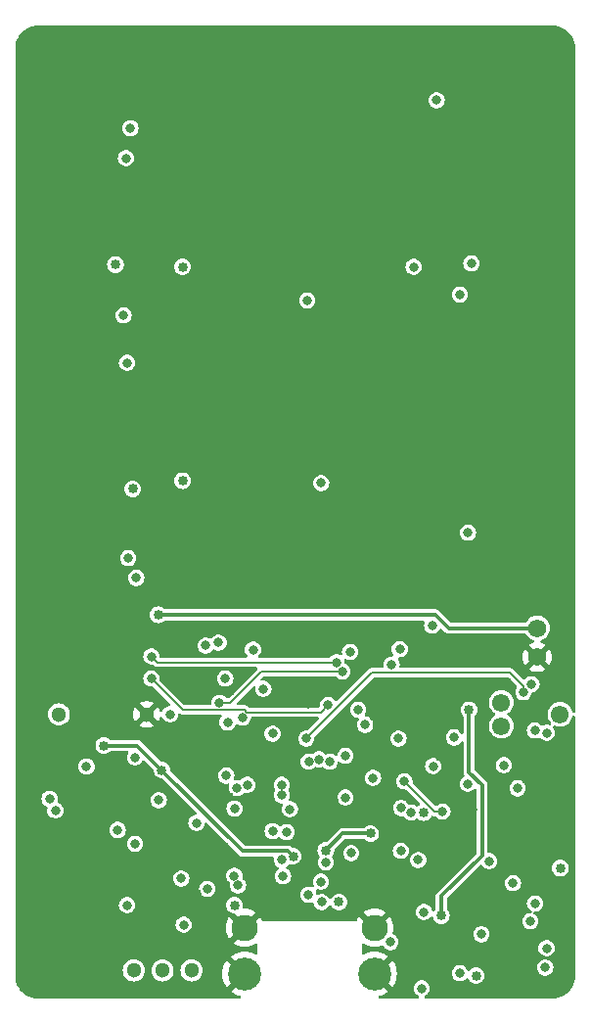
<source format=gbr>
%TF.GenerationSoftware,KiCad,Pcbnew,8.0.5*%
%TF.CreationDate,2024-09-22T15:27:04+02:00*%
%TF.ProjectId,PicBytesMicro,50696342-7974-4657-934d-6963726f2e6b,rev?*%
%TF.SameCoordinates,Original*%
%TF.FileFunction,Copper,L2,Inr*%
%TF.FilePolarity,Positive*%
%FSLAX46Y46*%
G04 Gerber Fmt 4.6, Leading zero omitted, Abs format (unit mm)*
G04 Created by KiCad (PCBNEW 8.0.5) date 2024-09-22 15:27:04*
%MOMM*%
%LPD*%
G01*
G04 APERTURE LIST*
%TA.AperFunction,ComponentPad*%
%ADD10C,1.550000*%
%TD*%
%TA.AperFunction,ComponentPad*%
%ADD11C,2.280000*%
%TD*%
%TA.AperFunction,ComponentPad*%
%ADD12C,2.850000*%
%TD*%
%TA.AperFunction,ComponentPad*%
%ADD13C,1.300000*%
%TD*%
%TA.AperFunction,ComponentPad*%
%ADD14C,1.575000*%
%TD*%
%TA.AperFunction,ViaPad*%
%ADD15C,0.800000*%
%TD*%
%TA.AperFunction,ViaPad*%
%ADD16C,0.850000*%
%TD*%
%TA.AperFunction,Conductor*%
%ADD17C,0.200000*%
%TD*%
%TA.AperFunction,Conductor*%
%ADD18C,0.350000*%
%TD*%
G04 APERTURE END LIST*
D10*
%TO.N,N/C*%
%TO.C,J1*%
X160170000Y-105900000D03*
X155090000Y-106916000D03*
X155090000Y-104884000D03*
%TD*%
D11*
%TO.N,Vgnd_main*%
%TO.C,J2*%
X132880000Y-124350000D03*
D12*
X132880000Y-128350000D03*
X144120000Y-128350000D03*
D11*
X144120000Y-124350000D03*
%TD*%
D13*
%TO.N,Net-(LS1-+)*%
%TO.C,LS1*%
X116800000Y-105900000D03*
%TO.N,Vgnd_main*%
X124400000Y-105900000D03*
%TD*%
%TO.N,Vdc_battery*%
%TO.C,SW_Toggle1*%
X123275000Y-128050000D03*
%TO.N,In_Vcc*%
X125775000Y-128050000D03*
%TO.N,unconnected-(SW_Toggle1-Pad3)*%
X128275000Y-128050000D03*
%TD*%
D14*
%TO.N,Vdc_battery*%
%TO.C,J3*%
X158200000Y-98450000D03*
%TO.N,Vgnd_main*%
X158200000Y-100950000D03*
%TD*%
D15*
%TO.N,S_a*%
X142100000Y-117900000D03*
%TO.N,uc_supply*%
X134500000Y-103700000D03*
D16*
%TO.N,Vgnd_main*%
X140599406Y-113322354D03*
%TO.N,BMS_Vcc*%
X152300000Y-105500000D03*
%TO.N,Vdc_battery*%
X125400000Y-97300000D03*
%TO.N,In_Vcc*%
X148362347Y-114387653D03*
D15*
%TO.N,Net-(R19-Pad2)*%
X146400000Y-117705002D03*
X147900000Y-118500000D03*
%TO.N,uc_supply*%
X146700000Y-111700000D03*
X150000000Y-114300000D03*
D16*
%TO.N,Vgnd_main*%
X149812294Y-109574142D03*
X142600000Y-108000000D03*
D15*
%TO.N,ISDS_SDA*%
X124800000Y-102800000D03*
X140100000Y-105100000D03*
%TO.N,ISDS_SCL*%
X124800000Y-100900000D03*
X140800000Y-101400000D03*
%TO.N,ISDS_int_0*%
X130700000Y-104900000D03*
X141325000Y-102200000D03*
%TO.N,uc_enable_display*%
X156500000Y-112300000D03*
X141600000Y-113100000D03*
%TO.N,Net-(R20-Pad2)*%
X159000000Y-126125000D03*
X158900000Y-127800000D03*
D16*
%TO.N,Vgnd_main*%
X160600000Y-126600000D03*
D15*
%TO.N,S_b*%
X155300000Y-110300000D03*
X138422503Y-109999998D03*
D16*
%TO.N,display_main*%
X160200000Y-119200000D03*
X143774998Y-116200000D03*
X139900000Y-117674998D03*
X137072403Y-118175866D03*
X125715686Y-110715686D03*
X120700000Y-108600000D03*
%TO.N,Vgnd_main*%
X157000000Y-80600000D03*
X124300000Y-80300000D03*
%TO.N,display_main*%
X123200000Y-86400000D03*
X127500000Y-85700000D03*
X121700000Y-67000000D03*
X127500000Y-67200000D03*
D15*
%TO.N,PWM_display*%
X123000000Y-55200000D03*
X139300000Y-109800000D03*
D16*
%TO.N,Vgnd_main*%
X132800000Y-107700000D03*
D15*
%TO.N,uc_supply*%
X144000000Y-111400000D03*
X128700000Y-115300000D03*
X133600000Y-100300000D03*
X123400000Y-117100000D03*
X133100000Y-112000000D03*
X130625000Y-99700000D03*
X121900000Y-115900000D03*
X146300000Y-100275000D03*
X145600000Y-101600000D03*
X136500000Y-116100000D03*
X131200000Y-102800000D03*
X136100000Y-112900000D03*
%TO.N,OSC2*%
X135295158Y-107574999D03*
X126400000Y-105900000D03*
X132700000Y-106200000D03*
%TO.N,OSC1*%
X131400000Y-106600000D03*
D16*
%TO.N,Vgnd_main*%
X120800000Y-112000000D03*
X152612071Y-114142775D03*
X154100000Y-122500000D03*
X128700000Y-121400000D03*
X155600000Y-103100000D03*
X148400000Y-103800000D03*
X153400000Y-107100000D03*
X122500000Y-117700000D03*
X131500000Y-113000000D03*
X138400000Y-105000000D03*
X131100000Y-117400000D03*
X136500000Y-100400000D03*
X124300000Y-113300000D03*
X160110254Y-116495644D03*
X137900000Y-120000000D03*
X139300000Y-116464998D03*
X131600000Y-103900000D03*
X118600000Y-120000000D03*
%TO.N,BMS_Vcc*%
X149900000Y-123300000D03*
X132000000Y-122400000D03*
X141041585Y-122137979D03*
X152900000Y-128500000D03*
D15*
%TO.N,Net-(LED_green_bms1-K)*%
X148200000Y-129600000D03*
%TO.N,Net-(IC_BMS_TP1-PROG)*%
X153356502Y-124920723D03*
X157600000Y-123800000D03*
%TO.N,Net-(IC3-FB)*%
X156100000Y-120500000D03*
X154050000Y-118599997D03*
%TO.N,Net-(LED_Red_bms1-K)*%
X145500000Y-125600000D03*
%TO.N,SWDIO*%
X143300000Y-106800000D03*
X159000000Y-107500000D03*
X151000000Y-107900000D03*
X146200000Y-108000000D03*
%TO.N,reset*%
X138200000Y-108000000D03*
X157000000Y-104000000D03*
%TO.N,SWCLK*%
X158000000Y-107300000D03*
X157700000Y-103300000D03*
%TO.N,Net-(J2-CC1)*%
X136100000Y-118500000D03*
%TO.N,Net-(J2-CC2)*%
X136200000Y-119900000D03*
X132300000Y-120700000D03*
X139900002Y-118700000D03*
%TO.N,meas_bat_en*%
X142700000Y-105500000D03*
%TO.N,bat_meas*%
X149100000Y-98200000D03*
X140225735Y-109999998D03*
%TO.N,USB_D+*%
X139533884Y-122133884D03*
X147276992Y-114376992D03*
X138400000Y-121500000D03*
%TO.N,USB_D-*%
X146416560Y-114000000D03*
X139475735Y-120375735D03*
%TO.N,Net-(R11-Pad2)*%
X116500000Y-114200000D03*
%TO.N,Net-(R13-Pad2)*%
X122700000Y-122400000D03*
X129636659Y-120983707D03*
%TO.N,Net-(R14-Pad1)*%
X125445668Y-113325000D03*
%TO.N,Net-(R17-Pad2)*%
X136800000Y-114100000D03*
X132000000Y-114039998D03*
%TO.N,Net-(R19-Pad2)*%
X149184015Y-110384015D03*
X152200000Y-111900000D03*
%TO.N,Net-(R20-Pad2)*%
X158004747Y-122254113D03*
X151500000Y-128300000D03*
%TO.N,Net-(U1-Vdi_s5)*%
X147500000Y-67200000D03*
X122800000Y-92400000D03*
X139500000Y-85900000D03*
X152500000Y-66900000D03*
%TO.N,Net-(U1-Vdi_s3)*%
X138300000Y-70100000D03*
X122400000Y-71400000D03*
%TO.N,Net-(U1-Vdi_s2)*%
X122600000Y-57800000D03*
X149500000Y-52800000D03*
%TO.N,Net-(U1-Vdi_s6)*%
X152200000Y-90200000D03*
X123500000Y-94100000D03*
%TO.N,Net-(U1-Vdi_s4)*%
X122700000Y-75500000D03*
X151500000Y-69600000D03*
%TO.N,Buzzer*%
X141600000Y-109500000D03*
%TO.N,S_a*%
X148400000Y-123000000D03*
%TO.N,S_right*%
X135300000Y-116000000D03*
%TO.N,S_left*%
X119200000Y-110400000D03*
X136100000Y-112000000D03*
X131300000Y-111199998D03*
X116000000Y-113200000D03*
X123400000Y-109625000D03*
%TO.N,S_down*%
X131983988Y-119857302D03*
X127600000Y-124100000D03*
X127400000Y-120100000D03*
%TO.N,S_up*%
X132224786Y-112275214D03*
%TO.N,ISDS_int_1*%
X129525000Y-99949498D03*
X142000000Y-100500000D03*
%TD*%
D17*
%TO.N,Vgnd_main*%
X140728407Y-113193353D02*
X140599406Y-113322354D01*
X140728407Y-111571593D02*
X140728407Y-113193353D01*
D18*
%TO.N,BMS_Vcc*%
X153412071Y-118087929D02*
X149900000Y-121600000D01*
X153412071Y-112016055D02*
X153412071Y-118087929D01*
X152300000Y-110903984D02*
X153412071Y-112016055D01*
X152300000Y-105500000D02*
X152300000Y-110903984D01*
X149900000Y-121600000D02*
X149900000Y-123300000D01*
%TO.N,Vdc_battery*%
X150550000Y-98450000D02*
X158200000Y-98450000D01*
X149400000Y-97300000D02*
X150550000Y-98450000D01*
X125400000Y-97300000D02*
X149400000Y-97300000D01*
D17*
%TO.N,uc_supply*%
X149300000Y-114300000D02*
X146700000Y-111700000D01*
X150000000Y-114300000D02*
X149300000Y-114300000D01*
%TO.N,Vgnd_main*%
X142700000Y-109600000D02*
X142700000Y-108100000D01*
X140728407Y-111571593D02*
X142700000Y-109600000D01*
X142700000Y-108100000D02*
X142600000Y-108000000D01*
%TO.N,ISDS_SDA*%
X127500000Y-105500000D02*
X124800000Y-102800000D01*
X132848529Y-105500000D02*
X127500000Y-105500000D01*
X139475000Y-105725000D02*
X133073529Y-105725000D01*
X133073529Y-105725000D02*
X132848529Y-105500000D01*
X140100000Y-105100000D02*
X139475000Y-105725000D01*
%TO.N,ISDS_SCL*%
X125300000Y-101400000D02*
X124800000Y-100900000D01*
X140800000Y-101400000D02*
X125300000Y-101400000D01*
%TO.N,ISDS_int_0*%
X131625305Y-104900000D02*
X130700000Y-104900000D01*
X134325305Y-102200000D02*
X131625305Y-104900000D01*
X141325000Y-102200000D02*
X134325305Y-102200000D01*
D18*
%TO.N,display_main*%
X141374998Y-116200000D02*
X143774998Y-116200000D01*
X139900000Y-117674998D02*
X141374998Y-116200000D01*
X136621537Y-117725000D02*
X137072403Y-118175866D01*
X132725000Y-117725000D02*
X136621537Y-117725000D01*
X125715686Y-110715686D02*
X132725000Y-117725000D01*
X123600000Y-108600000D02*
X125715686Y-110715686D01*
X120700000Y-108600000D02*
X123600000Y-108600000D01*
D17*
%TO.N,reset*%
X155825305Y-102300000D02*
X157000000Y-103474695D01*
X157000000Y-104000000D02*
X156909000Y-103909000D01*
X138200000Y-108000000D02*
X143900000Y-102300000D01*
X143900000Y-102300000D02*
X155825305Y-102300000D01*
X157000000Y-103474695D02*
X157000000Y-104000000D01*
%TD*%
%TA.AperFunction,Conductor*%
%TO.N,Vgnd_main*%
G36*
X159504043Y-46325765D02*
G01*
X159749632Y-46341861D01*
X159765690Y-46343976D01*
X159969394Y-46384495D01*
X160003064Y-46391193D01*
X160018731Y-46395391D01*
X160187510Y-46452683D01*
X160247913Y-46473188D01*
X160262890Y-46479391D01*
X160470539Y-46581792D01*
X160479960Y-46586438D01*
X160494007Y-46594548D01*
X160533528Y-46620955D01*
X160695245Y-46729011D01*
X160708106Y-46738879D01*
X160820036Y-46837039D01*
X160890071Y-46898459D01*
X160901540Y-46909928D01*
X161061117Y-47091890D01*
X161070991Y-47104758D01*
X161205451Y-47305992D01*
X161213561Y-47320039D01*
X161320605Y-47537102D01*
X161326812Y-47552088D01*
X161404608Y-47781268D01*
X161408806Y-47796935D01*
X161456021Y-48034298D01*
X161458139Y-48050379D01*
X161474235Y-48295956D01*
X161474500Y-48304066D01*
X161474500Y-105665898D01*
X161454815Y-105732937D01*
X161402011Y-105778692D01*
X161332853Y-105788636D01*
X161269297Y-105759611D01*
X161231523Y-105700833D01*
X161231266Y-105699947D01*
X161177171Y-105509820D01*
X161138457Y-105432072D01*
X161088329Y-105331401D01*
X161088324Y-105331393D01*
X160968207Y-105172333D01*
X160831200Y-105047436D01*
X160820910Y-105038055D01*
X160739776Y-104987819D01*
X160651447Y-104933127D01*
X160651445Y-104933126D01*
X160565933Y-104899999D01*
X160465586Y-104861124D01*
X160465582Y-104861123D01*
X160386639Y-104846366D01*
X160269660Y-104824500D01*
X160070340Y-104824500D01*
X159986297Y-104840210D01*
X159874417Y-104861123D01*
X159874415Y-104861123D01*
X159874414Y-104861124D01*
X159848418Y-104871195D01*
X159688554Y-104933126D01*
X159688552Y-104933127D01*
X159519088Y-105038056D01*
X159371792Y-105172333D01*
X159251675Y-105331393D01*
X159251670Y-105331401D01*
X159162830Y-105509816D01*
X159142884Y-105579920D01*
X159108767Y-105699832D01*
X159108282Y-105701535D01*
X159089892Y-105899999D01*
X159089892Y-105900000D01*
X159108282Y-106098464D01*
X159108282Y-106098466D01*
X159108283Y-106098469D01*
X159142884Y-106220080D01*
X159162830Y-106290183D01*
X159251670Y-106468598D01*
X159251675Y-106468606D01*
X159371791Y-106627664D01*
X159376889Y-106632312D01*
X159413168Y-106692025D01*
X159411405Y-106761872D01*
X159372159Y-106819678D01*
X159307891Y-106847090D01*
X159257775Y-106840920D01*
X159257508Y-106842005D01*
X159085056Y-106799500D01*
X158914944Y-106799500D01*
X158749774Y-106840209D01*
X158688505Y-106872366D01*
X158619996Y-106886090D01*
X158554943Y-106860597D01*
X158533211Y-106837636D01*
X158533157Y-106837685D01*
X158531686Y-106836025D01*
X158528828Y-106833005D01*
X158528184Y-106832072D01*
X158400849Y-106719263D01*
X158250226Y-106640210D01*
X158085056Y-106599500D01*
X157914944Y-106599500D01*
X157749773Y-106640210D01*
X157599150Y-106719263D01*
X157471816Y-106832072D01*
X157375182Y-106972068D01*
X157314860Y-107131125D01*
X157314859Y-107131130D01*
X157294355Y-107300000D01*
X157314859Y-107468869D01*
X157314860Y-107468874D01*
X157375182Y-107627931D01*
X157437475Y-107718177D01*
X157471817Y-107767929D01*
X157577505Y-107861560D01*
X157599150Y-107880736D01*
X157716279Y-107942210D01*
X157749775Y-107959790D01*
X157914944Y-108000500D01*
X158085056Y-108000500D01*
X158250225Y-107959790D01*
X158311493Y-107927633D01*
X158379999Y-107913908D01*
X158445053Y-107939400D01*
X158466789Y-107962362D01*
X158466843Y-107962315D01*
X158468272Y-107963928D01*
X158471162Y-107966981D01*
X158471814Y-107967926D01*
X158471816Y-107967928D01*
X158471817Y-107967929D01*
X158508018Y-108000000D01*
X158599150Y-108080736D01*
X158742045Y-108155733D01*
X158749775Y-108159790D01*
X158914944Y-108200500D01*
X159085056Y-108200500D01*
X159250225Y-108159790D01*
X159354970Y-108104815D01*
X159400849Y-108080736D01*
X159400850Y-108080734D01*
X159400852Y-108080734D01*
X159528183Y-107967929D01*
X159624818Y-107827930D01*
X159685140Y-107668872D01*
X159705645Y-107500000D01*
X159685140Y-107331128D01*
X159680641Y-107319266D01*
X159624818Y-107172070D01*
X159596559Y-107131130D01*
X159542907Y-107053402D01*
X159521025Y-106987050D01*
X159538490Y-106919398D01*
X159589758Y-106871928D01*
X159658551Y-106859711D01*
X159689751Y-106867336D01*
X159874414Y-106938876D01*
X160070340Y-106975500D01*
X160070342Y-106975500D01*
X160269658Y-106975500D01*
X160269660Y-106975500D01*
X160465586Y-106938876D01*
X160651446Y-106866873D01*
X160820910Y-106761945D01*
X160954447Y-106640210D01*
X160968207Y-106627666D01*
X160989100Y-106600000D01*
X161088326Y-106468604D01*
X161177171Y-106290180D01*
X161231234Y-106100164D01*
X161268512Y-106041074D01*
X161331822Y-106011516D01*
X161401062Y-106020878D01*
X161454248Y-106066187D01*
X161474496Y-106133059D01*
X161474500Y-106134101D01*
X161474500Y-128495933D01*
X161474235Y-128504043D01*
X161458139Y-128749620D01*
X161456021Y-128765701D01*
X161408806Y-129003064D01*
X161404608Y-129018731D01*
X161326812Y-129247911D01*
X161320605Y-129262897D01*
X161213561Y-129479960D01*
X161205451Y-129494007D01*
X161070991Y-129695241D01*
X161061117Y-129708109D01*
X160901540Y-129890071D01*
X160890071Y-129901540D01*
X160708109Y-130061117D01*
X160695241Y-130070991D01*
X160494007Y-130205451D01*
X160479960Y-130213561D01*
X160262897Y-130320605D01*
X160247911Y-130326812D01*
X160018731Y-130404608D01*
X160003064Y-130408806D01*
X159765701Y-130456021D01*
X159749620Y-130458139D01*
X159504043Y-130474235D01*
X159495933Y-130474500D01*
X148544217Y-130474500D01*
X148477178Y-130454815D01*
X148431423Y-130402011D01*
X148421479Y-130332853D01*
X148450504Y-130269297D01*
X148486591Y-130240704D01*
X148600849Y-130180736D01*
X148600850Y-130180734D01*
X148600852Y-130180734D01*
X148728183Y-130067929D01*
X148824818Y-129927930D01*
X148885140Y-129768872D01*
X148905645Y-129600000D01*
X148885140Y-129431128D01*
X148824818Y-129272070D01*
X148818486Y-129262897D01*
X148769466Y-129191879D01*
X148728183Y-129132071D01*
X148600852Y-129019266D01*
X148600849Y-129019263D01*
X148450226Y-128940210D01*
X148285056Y-128899500D01*
X148114944Y-128899500D01*
X147949773Y-128940210D01*
X147799150Y-129019263D01*
X147671816Y-129132072D01*
X147575182Y-129272068D01*
X147514860Y-129431125D01*
X147514859Y-129431130D01*
X147494355Y-129600000D01*
X147514859Y-129768869D01*
X147514860Y-129768874D01*
X147575182Y-129927931D01*
X147637475Y-130018177D01*
X147671817Y-130067929D01*
X147720772Y-130111299D01*
X147799150Y-130180736D01*
X147913409Y-130240704D01*
X147963622Y-130289289D01*
X147979596Y-130357308D01*
X147956261Y-130423165D01*
X147901024Y-130465952D01*
X147855783Y-130474500D01*
X144563242Y-130474500D01*
X144496203Y-130454815D01*
X144450448Y-130402011D01*
X144440504Y-130332853D01*
X144469529Y-130269297D01*
X144528307Y-130231523D01*
X144536884Y-130229334D01*
X144663711Y-130201744D01*
X144921722Y-130105511D01*
X145163386Y-129973552D01*
X145163387Y-129973551D01*
X145292984Y-129876536D01*
X144592972Y-129176524D01*
X144725590Y-129087913D01*
X144857913Y-128955590D01*
X144946525Y-128822972D01*
X145646536Y-129522984D01*
X145743551Y-129393387D01*
X145743552Y-129393386D01*
X145875511Y-129151722D01*
X145971744Y-128893711D01*
X146030272Y-128624661D01*
X146049917Y-128350001D01*
X146049917Y-128349998D01*
X146046341Y-128300000D01*
X150794355Y-128300000D01*
X150814859Y-128468869D01*
X150814860Y-128468874D01*
X150875182Y-128627931D01*
X150899013Y-128662455D01*
X150971817Y-128767929D01*
X151077505Y-128861560D01*
X151099150Y-128880736D01*
X151249773Y-128959789D01*
X151249775Y-128959790D01*
X151414944Y-129000500D01*
X151585056Y-129000500D01*
X151750225Y-128959790D01*
X151876127Y-128893711D01*
X151900849Y-128880736D01*
X151900850Y-128880734D01*
X151900852Y-128880734D01*
X152028183Y-128767929D01*
X152028186Y-128767924D01*
X152029266Y-128766706D01*
X152030283Y-128766067D01*
X152033797Y-128762955D01*
X152034314Y-128763538D01*
X152088452Y-128729574D01*
X152158318Y-128730336D01*
X152216681Y-128768749D01*
X152239129Y-128807969D01*
X152242211Y-128816775D01*
X152329192Y-128955204D01*
X152444796Y-129070808D01*
X152583225Y-129157789D01*
X152737539Y-129211786D01*
X152737542Y-129211786D01*
X152737544Y-129211787D01*
X152899996Y-129230091D01*
X152900000Y-129230091D01*
X152900004Y-129230091D01*
X153062455Y-129211787D01*
X153062456Y-129211786D01*
X153062461Y-129211786D01*
X153216775Y-129157789D01*
X153355204Y-129070808D01*
X153470808Y-128955204D01*
X153557789Y-128816775D01*
X153611786Y-128662461D01*
X153621007Y-128580623D01*
X153630091Y-128500003D01*
X153630091Y-128499996D01*
X153611787Y-128337544D01*
X153611786Y-128337542D01*
X153611786Y-128337539D01*
X153557789Y-128183225D01*
X153470808Y-128044796D01*
X153355204Y-127929192D01*
X153308755Y-127900006D01*
X153216774Y-127842210D01*
X153096144Y-127800000D01*
X158194355Y-127800000D01*
X158214859Y-127968869D01*
X158214860Y-127968874D01*
X158275182Y-128127931D01*
X158337475Y-128218177D01*
X158371817Y-128267929D01*
X158477505Y-128361560D01*
X158499150Y-128380736D01*
X158607648Y-128437680D01*
X158649775Y-128459790D01*
X158814944Y-128500500D01*
X158985056Y-128500500D01*
X159150225Y-128459790D01*
X159276847Y-128393333D01*
X159300849Y-128380736D01*
X159300850Y-128380734D01*
X159300852Y-128380734D01*
X159428183Y-128267929D01*
X159524818Y-128127930D01*
X159585140Y-127968872D01*
X159605645Y-127800000D01*
X159585140Y-127631128D01*
X159524818Y-127472070D01*
X159428183Y-127332071D01*
X159300852Y-127219266D01*
X159300849Y-127219263D01*
X159150226Y-127140210D01*
X158985056Y-127099500D01*
X158814944Y-127099500D01*
X158649773Y-127140210D01*
X158499150Y-127219263D01*
X158371816Y-127332072D01*
X158275182Y-127472068D01*
X158214860Y-127631125D01*
X158214859Y-127631130D01*
X158194355Y-127800000D01*
X153096144Y-127800000D01*
X153062455Y-127788212D01*
X152900004Y-127769909D01*
X152899996Y-127769909D01*
X152737544Y-127788212D01*
X152583225Y-127842210D01*
X152444797Y-127929191D01*
X152336625Y-128037363D01*
X152275302Y-128070847D01*
X152205610Y-128065863D01*
X152149677Y-128023991D01*
X152133004Y-127993656D01*
X152124818Y-127972070D01*
X152122608Y-127968869D01*
X152095221Y-127929192D01*
X152028183Y-127832071D01*
X151900852Y-127719266D01*
X151900849Y-127719263D01*
X151750226Y-127640210D01*
X151585056Y-127599500D01*
X151414944Y-127599500D01*
X151249773Y-127640210D01*
X151099150Y-127719263D01*
X150971816Y-127832072D01*
X150875182Y-127972068D01*
X150814860Y-128131125D01*
X150814859Y-128131130D01*
X150794355Y-128300000D01*
X146046341Y-128300000D01*
X146030272Y-128075338D01*
X145971744Y-127806288D01*
X145875511Y-127548277D01*
X145743552Y-127306613D01*
X145743547Y-127306605D01*
X145646537Y-127177015D01*
X145646536Y-127177014D01*
X144946524Y-127877026D01*
X144857913Y-127744410D01*
X144725590Y-127612087D01*
X144592971Y-127523474D01*
X145292984Y-126823461D01*
X145163394Y-126726452D01*
X145163386Y-126726447D01*
X144921721Y-126594488D01*
X144921722Y-126594488D01*
X144663711Y-126498255D01*
X144394661Y-126439727D01*
X144120001Y-126420083D01*
X144119999Y-126420083D01*
X143845338Y-126439727D01*
X143576288Y-126498255D01*
X143318278Y-126594488D01*
X143208927Y-126654199D01*
X143140654Y-126669051D01*
X143075190Y-126644634D01*
X143033318Y-126588701D01*
X143025500Y-126545367D01*
X143025500Y-125824144D01*
X143045185Y-125757105D01*
X143097989Y-125711350D01*
X143167147Y-125701406D01*
X143214290Y-125718417D01*
X143373153Y-125815769D01*
X143373156Y-125815771D01*
X143611644Y-125914555D01*
X143862650Y-125974816D01*
X144120000Y-125995070D01*
X144377349Y-125974816D01*
X144628347Y-125914557D01*
X144720714Y-125876297D01*
X144790184Y-125868828D01*
X144852663Y-125900102D01*
X144869796Y-125922533D01*
X144870921Y-125921757D01*
X144875182Y-125927930D01*
X144971817Y-126067929D01*
X145077505Y-126161560D01*
X145099150Y-126180736D01*
X145249773Y-126259789D01*
X145249775Y-126259790D01*
X145414944Y-126300500D01*
X145585056Y-126300500D01*
X145750225Y-126259790D01*
X145829692Y-126218081D01*
X145900849Y-126180736D01*
X145900850Y-126180734D01*
X145900852Y-126180734D01*
X145963763Y-126125000D01*
X158294355Y-126125000D01*
X158314859Y-126293869D01*
X158314860Y-126293874D01*
X158375182Y-126452931D01*
X158437475Y-126543177D01*
X158471817Y-126592929D01*
X158577505Y-126686560D01*
X158599150Y-126705736D01*
X158749773Y-126784789D01*
X158749775Y-126784790D01*
X158914944Y-126825500D01*
X159085056Y-126825500D01*
X159250225Y-126784790D01*
X159361387Y-126726447D01*
X159400849Y-126705736D01*
X159400850Y-126705734D01*
X159400852Y-126705734D01*
X159528183Y-126592929D01*
X159624818Y-126452930D01*
X159685140Y-126293872D01*
X159705645Y-126125000D01*
X159685140Y-125956128D01*
X159624818Y-125797070D01*
X159609625Y-125775060D01*
X159558785Y-125701406D01*
X159528183Y-125657071D01*
X159400852Y-125544266D01*
X159400849Y-125544263D01*
X159250226Y-125465210D01*
X159085056Y-125424500D01*
X158914944Y-125424500D01*
X158749773Y-125465210D01*
X158599150Y-125544263D01*
X158471816Y-125657072D01*
X158375182Y-125797068D01*
X158314860Y-125956125D01*
X158314859Y-125956130D01*
X158294355Y-126125000D01*
X145963763Y-126125000D01*
X146028183Y-126067929D01*
X146124818Y-125927930D01*
X146185140Y-125768872D01*
X146205645Y-125600000D01*
X146185140Y-125431128D01*
X146124818Y-125272070D01*
X146108654Y-125248653D01*
X146090476Y-125222318D01*
X146028183Y-125132071D01*
X145900852Y-125019266D01*
X145900849Y-125019263D01*
X145759936Y-124945306D01*
X145734529Y-124920723D01*
X152650857Y-124920723D01*
X152671361Y-125089592D01*
X152671362Y-125089597D01*
X152731684Y-125248654D01*
X152778827Y-125316951D01*
X152828319Y-125388652D01*
X152934007Y-125482283D01*
X152955652Y-125501459D01*
X153106275Y-125580512D01*
X153106277Y-125580513D01*
X153271446Y-125621223D01*
X153441558Y-125621223D01*
X153606727Y-125580513D01*
X153686194Y-125538804D01*
X153757351Y-125501459D01*
X153757352Y-125501457D01*
X153757354Y-125501457D01*
X153884685Y-125388652D01*
X153981320Y-125248653D01*
X154041642Y-125089595D01*
X154062147Y-124920723D01*
X154041642Y-124751851D01*
X153981320Y-124592793D01*
X153966749Y-124571684D01*
X153917614Y-124500500D01*
X153884685Y-124452794D01*
X153757354Y-124339989D01*
X153757351Y-124339986D01*
X153606728Y-124260933D01*
X153441558Y-124220223D01*
X153271446Y-124220223D01*
X153106275Y-124260933D01*
X152955652Y-124339986D01*
X152828318Y-124452795D01*
X152731684Y-124592791D01*
X152671362Y-124751848D01*
X152671361Y-124751853D01*
X152650857Y-124920723D01*
X145734529Y-124920723D01*
X145709723Y-124896721D01*
X145693749Y-124828702D01*
X145696988Y-124806562D01*
X145744816Y-124607347D01*
X145765070Y-124350000D01*
X145744816Y-124092650D01*
X145684555Y-123841644D01*
X145684555Y-123841643D01*
X145585771Y-123603156D01*
X145585769Y-123603153D01*
X145450890Y-123383052D01*
X145450885Y-123383046D01*
X145446103Y-123377447D01*
X144805231Y-124018319D01*
X144793503Y-123990005D01*
X144710330Y-123865528D01*
X144604472Y-123759670D01*
X144479995Y-123676497D01*
X144451679Y-123664768D01*
X145092551Y-123023895D01*
X145092551Y-123023894D01*
X145086951Y-123019111D01*
X145055765Y-123000000D01*
X147694355Y-123000000D01*
X147714859Y-123168869D01*
X147714860Y-123168874D01*
X147775182Y-123327931D01*
X147835657Y-123415542D01*
X147871817Y-123467929D01*
X147929765Y-123519266D01*
X147999150Y-123580736D01*
X148096961Y-123632071D01*
X148149775Y-123659790D01*
X148314944Y-123700500D01*
X148485056Y-123700500D01*
X148650225Y-123659790D01*
X148758137Y-123603153D01*
X148800849Y-123580736D01*
X148800850Y-123580734D01*
X148800852Y-123580734D01*
X148928183Y-123467929D01*
X148964343Y-123415541D01*
X149018626Y-123371552D01*
X149088074Y-123363892D01*
X149150639Y-123394995D01*
X149186457Y-123454986D01*
X149187282Y-123458378D01*
X149188213Y-123462458D01*
X149242210Y-123616774D01*
X149327402Y-123752356D01*
X149329192Y-123755204D01*
X149444796Y-123870808D01*
X149583225Y-123957789D01*
X149737539Y-124011786D01*
X149737542Y-124011786D01*
X149737544Y-124011787D01*
X149899996Y-124030091D01*
X149900000Y-124030091D01*
X149900004Y-124030091D01*
X150062455Y-124011787D01*
X150062456Y-124011786D01*
X150062461Y-124011786D01*
X150216775Y-123957789D01*
X150355204Y-123870808D01*
X150426012Y-123800000D01*
X156894355Y-123800000D01*
X156914859Y-123968869D01*
X156914860Y-123968874D01*
X156975182Y-124127931D01*
X156975448Y-124128316D01*
X157071817Y-124267929D01*
X157177505Y-124361560D01*
X157199150Y-124380736D01*
X157289071Y-124427930D01*
X157349775Y-124459790D01*
X157514944Y-124500500D01*
X157685056Y-124500500D01*
X157850225Y-124459790D01*
X157929692Y-124418081D01*
X158000849Y-124380736D01*
X158000850Y-124380734D01*
X158000852Y-124380734D01*
X158128183Y-124267929D01*
X158224818Y-124127930D01*
X158285140Y-123968872D01*
X158305645Y-123800000D01*
X158285140Y-123631128D01*
X158224818Y-123472070D01*
X158221958Y-123467927D01*
X158174726Y-123399500D01*
X158128183Y-123332071D01*
X158000852Y-123219266D01*
X158000850Y-123219265D01*
X158000849Y-123219264D01*
X157942060Y-123188409D01*
X157891848Y-123139825D01*
X157875873Y-123071806D01*
X157899208Y-123005948D01*
X157954444Y-122963161D01*
X157999686Y-122954613D01*
X158089803Y-122954613D01*
X158254972Y-122913903D01*
X158346807Y-122865704D01*
X158405596Y-122834849D01*
X158405597Y-122834847D01*
X158405599Y-122834847D01*
X158532930Y-122722042D01*
X158629565Y-122582043D01*
X158689887Y-122422985D01*
X158710392Y-122254113D01*
X158689887Y-122085241D01*
X158689122Y-122083225D01*
X158636624Y-121944796D01*
X158629565Y-121926183D01*
X158532930Y-121786184D01*
X158435084Y-121699500D01*
X158405596Y-121673376D01*
X158254973Y-121594323D01*
X158089803Y-121553613D01*
X157919691Y-121553613D01*
X157754520Y-121594323D01*
X157603897Y-121673376D01*
X157476563Y-121786185D01*
X157379929Y-121926181D01*
X157319607Y-122085238D01*
X157319606Y-122085243D01*
X157299102Y-122254113D01*
X157319606Y-122422982D01*
X157319607Y-122422987D01*
X157379929Y-122582044D01*
X157393575Y-122601813D01*
X157476564Y-122722042D01*
X157603895Y-122834847D01*
X157603897Y-122834848D01*
X157662687Y-122865704D01*
X157712899Y-122914288D01*
X157728874Y-122982307D01*
X157705539Y-123048165D01*
X157650303Y-123090952D01*
X157605061Y-123099500D01*
X157514944Y-123099500D01*
X157349773Y-123140210D01*
X157199150Y-123219263D01*
X157071816Y-123332072D01*
X156975182Y-123472068D01*
X156914860Y-123631125D01*
X156914859Y-123631130D01*
X156894355Y-123800000D01*
X150426012Y-123800000D01*
X150470808Y-123755204D01*
X150557789Y-123616775D01*
X150611786Y-123462461D01*
X150612246Y-123458378D01*
X150630091Y-123300003D01*
X150630091Y-123299996D01*
X150611787Y-123137544D01*
X150611786Y-123137542D01*
X150611786Y-123137539D01*
X150557789Y-122983225D01*
X150470808Y-122844796D01*
X150411819Y-122785807D01*
X150378334Y-122724484D01*
X150375500Y-122698126D01*
X150375500Y-121848320D01*
X150395185Y-121781281D01*
X150411814Y-121760644D01*
X151672458Y-120500000D01*
X155394355Y-120500000D01*
X155414859Y-120668869D01*
X155414860Y-120668874D01*
X155475182Y-120827931D01*
X155537475Y-120918177D01*
X155571817Y-120967929D01*
X155658394Y-121044629D01*
X155699150Y-121080736D01*
X155849773Y-121159789D01*
X155849775Y-121159790D01*
X156014944Y-121200500D01*
X156185056Y-121200500D01*
X156350225Y-121159790D01*
X156452455Y-121106135D01*
X156500849Y-121080736D01*
X156500850Y-121080734D01*
X156500852Y-121080734D01*
X156628183Y-120967929D01*
X156724818Y-120827930D01*
X156785140Y-120668872D01*
X156805645Y-120500000D01*
X156785140Y-120331128D01*
X156724818Y-120172070D01*
X156628183Y-120032071D01*
X156514244Y-119931130D01*
X156500849Y-119919263D01*
X156350226Y-119840210D01*
X156185056Y-119799500D01*
X156014944Y-119799500D01*
X155849773Y-119840210D01*
X155699150Y-119919263D01*
X155571816Y-120032072D01*
X155475182Y-120172068D01*
X155414860Y-120331125D01*
X155414859Y-120331130D01*
X155394355Y-120500000D01*
X151672458Y-120500000D01*
X153246201Y-118926256D01*
X153307522Y-118892773D01*
X153377214Y-118897757D01*
X153433147Y-118939629D01*
X153435928Y-118943496D01*
X153521817Y-119067926D01*
X153622138Y-119156802D01*
X153649150Y-119180733D01*
X153799773Y-119259786D01*
X153799775Y-119259787D01*
X153964944Y-119300497D01*
X154135056Y-119300497D01*
X154300225Y-119259787D01*
X154414133Y-119200003D01*
X154414146Y-119199996D01*
X159469909Y-119199996D01*
X159469909Y-119200003D01*
X159488212Y-119362455D01*
X159542210Y-119516774D01*
X159614657Y-119632072D01*
X159629192Y-119655204D01*
X159744796Y-119770808D01*
X159883225Y-119857789D01*
X160037539Y-119911786D01*
X160037542Y-119911786D01*
X160037544Y-119911787D01*
X160199996Y-119930091D01*
X160200000Y-119930091D01*
X160200004Y-119930091D01*
X160362455Y-119911787D01*
X160362456Y-119911786D01*
X160362461Y-119911786D01*
X160516775Y-119857789D01*
X160655204Y-119770808D01*
X160770808Y-119655204D01*
X160857789Y-119516775D01*
X160911786Y-119362461D01*
X160920959Y-119281051D01*
X160930091Y-119200003D01*
X160930091Y-119199996D01*
X160911787Y-119037544D01*
X160911786Y-119037542D01*
X160911786Y-119037539D01*
X160857789Y-118883225D01*
X160770808Y-118744796D01*
X160655204Y-118629192D01*
X160544752Y-118559790D01*
X160516774Y-118542210D01*
X160382939Y-118495379D01*
X160362461Y-118488214D01*
X160362460Y-118488213D01*
X160362455Y-118488212D01*
X160200004Y-118469909D01*
X160199996Y-118469909D01*
X160037544Y-118488212D01*
X159883225Y-118542210D01*
X159744795Y-118629192D01*
X159629192Y-118744795D01*
X159542210Y-118883225D01*
X159488212Y-119037544D01*
X159469909Y-119199996D01*
X154414146Y-119199996D01*
X154450849Y-119180733D01*
X154450850Y-119180731D01*
X154450852Y-119180731D01*
X154578183Y-119067926D01*
X154674818Y-118927927D01*
X154735140Y-118768869D01*
X154755645Y-118599997D01*
X154735140Y-118431125D01*
X154674818Y-118272067D01*
X154578183Y-118132068D01*
X154483316Y-118048023D01*
X154450849Y-118019260D01*
X154300226Y-117940207D01*
X154135056Y-117899497D01*
X154011571Y-117899497D01*
X153944532Y-117879812D01*
X153898777Y-117827008D01*
X153887571Y-117775497D01*
X153887571Y-112300000D01*
X155794355Y-112300000D01*
X155814859Y-112468869D01*
X155814860Y-112468874D01*
X155875182Y-112627931D01*
X155925274Y-112700500D01*
X155971817Y-112767929D01*
X156071170Y-112855948D01*
X156099150Y-112880736D01*
X156249773Y-112959789D01*
X156249775Y-112959790D01*
X156414944Y-113000500D01*
X156585056Y-113000500D01*
X156750225Y-112959790D01*
X156864144Y-112900000D01*
X156900849Y-112880736D01*
X156900850Y-112880734D01*
X156900852Y-112880734D01*
X157028183Y-112767929D01*
X157124818Y-112627930D01*
X157185140Y-112468872D01*
X157205645Y-112300000D01*
X157185140Y-112131128D01*
X157173524Y-112100500D01*
X157135410Y-112000000D01*
X157124818Y-111972070D01*
X157107709Y-111947284D01*
X157052934Y-111867929D01*
X157028183Y-111832071D01*
X156914244Y-111731130D01*
X156900849Y-111719263D01*
X156750226Y-111640210D01*
X156585056Y-111599500D01*
X156414944Y-111599500D01*
X156249773Y-111640210D01*
X156099150Y-111719263D01*
X156001761Y-111805543D01*
X155972882Y-111831128D01*
X155971816Y-111832072D01*
X155875182Y-111972068D01*
X155814860Y-112131125D01*
X155814859Y-112131130D01*
X155794355Y-112300000D01*
X153887571Y-112300000D01*
X153887571Y-111953455D01*
X153887571Y-111953454D01*
X153855166Y-111832519D01*
X153792566Y-111724091D01*
X153704035Y-111635560D01*
X152811819Y-110743344D01*
X152778334Y-110682021D01*
X152775500Y-110655663D01*
X152775500Y-110300000D01*
X154594355Y-110300000D01*
X154614859Y-110468869D01*
X154614860Y-110468874D01*
X154675182Y-110627931D01*
X154725272Y-110700498D01*
X154771817Y-110767929D01*
X154866651Y-110851944D01*
X154899150Y-110880736D01*
X154996961Y-110932071D01*
X155049775Y-110959790D01*
X155214944Y-111000500D01*
X155385056Y-111000500D01*
X155550225Y-110959790D01*
X155629692Y-110918081D01*
X155700849Y-110880736D01*
X155700850Y-110880734D01*
X155700852Y-110880734D01*
X155828183Y-110767929D01*
X155924818Y-110627930D01*
X155985140Y-110468872D01*
X156005645Y-110300000D01*
X155985140Y-110131128D01*
X155924818Y-109972070D01*
X155921958Y-109967927D01*
X155877271Y-109903187D01*
X155828183Y-109832071D01*
X155700852Y-109719266D01*
X155700849Y-109719263D01*
X155550226Y-109640210D01*
X155385056Y-109599500D01*
X155214944Y-109599500D01*
X155049773Y-109640210D01*
X154899150Y-109719263D01*
X154804314Y-109803281D01*
X154772882Y-109831128D01*
X154771816Y-109832072D01*
X154675182Y-109972068D01*
X154614860Y-110131125D01*
X154614859Y-110131130D01*
X154594355Y-110300000D01*
X152775500Y-110300000D01*
X152775500Y-106101874D01*
X152795185Y-106034835D01*
X152811819Y-106014193D01*
X152820585Y-106005427D01*
X152870808Y-105955204D01*
X152957789Y-105816775D01*
X153011786Y-105662461D01*
X153013424Y-105647927D01*
X153030091Y-105500003D01*
X153030091Y-105499996D01*
X153011787Y-105337544D01*
X153011786Y-105337542D01*
X153011786Y-105337539D01*
X152957789Y-105183225D01*
X152870808Y-105044796D01*
X152755204Y-104929192D01*
X152739402Y-104919263D01*
X152683280Y-104883999D01*
X154009892Y-104883999D01*
X154009892Y-104884000D01*
X154028282Y-105082464D01*
X154028282Y-105082466D01*
X154028283Y-105082469D01*
X154080747Y-105266861D01*
X154082830Y-105274183D01*
X154171670Y-105452598D01*
X154171675Y-105452606D01*
X154291792Y-105611666D01*
X154402766Y-105712831D01*
X154439090Y-105745945D01*
X154490013Y-105777475D01*
X154517626Y-105794573D01*
X154564261Y-105846602D01*
X154575365Y-105915583D01*
X154547411Y-105979618D01*
X154517626Y-106005427D01*
X154439088Y-106054056D01*
X154291792Y-106188333D01*
X154171675Y-106347393D01*
X154171670Y-106347401D01*
X154082830Y-106525816D01*
X154028282Y-106717535D01*
X154009892Y-106915999D01*
X154009892Y-106916000D01*
X154028282Y-107114464D01*
X154028282Y-107114466D01*
X154028283Y-107114469D01*
X154081071Y-107300000D01*
X154082830Y-107306183D01*
X154171670Y-107484598D01*
X154171675Y-107484606D01*
X154291792Y-107643666D01*
X154387731Y-107731125D01*
X154439090Y-107777945D01*
X154528220Y-107833132D01*
X154605102Y-107880736D01*
X154608554Y-107882873D01*
X154794414Y-107954876D01*
X154990340Y-107991500D01*
X154990342Y-107991500D01*
X155189658Y-107991500D01*
X155189660Y-107991500D01*
X155385586Y-107954876D01*
X155571446Y-107882873D01*
X155740910Y-107777945D01*
X155888209Y-107643664D01*
X156008326Y-107484604D01*
X156097171Y-107306180D01*
X156151717Y-107114469D01*
X156170108Y-106916000D01*
X156151717Y-106717531D01*
X156097171Y-106525820D01*
X156050020Y-106431128D01*
X156008329Y-106347401D01*
X156008324Y-106347393D01*
X155888207Y-106188333D01*
X155740911Y-106054056D01*
X155740910Y-106054055D01*
X155662372Y-106005426D01*
X155615738Y-105953399D01*
X155604634Y-105884417D01*
X155632587Y-105820383D01*
X155662373Y-105794573D01*
X155740910Y-105745945D01*
X155888209Y-105611664D01*
X156008326Y-105452604D01*
X156097171Y-105274180D01*
X156151717Y-105082469D01*
X156170108Y-104884000D01*
X156151717Y-104685531D01*
X156097171Y-104493820D01*
X156081915Y-104463181D01*
X156008329Y-104315401D01*
X156008324Y-104315393D01*
X155888207Y-104156333D01*
X155740911Y-104022056D01*
X155740910Y-104022055D01*
X155640349Y-103959790D01*
X155571447Y-103917127D01*
X155571445Y-103917126D01*
X155489379Y-103885334D01*
X155385586Y-103845124D01*
X155385582Y-103845123D01*
X155306639Y-103830366D01*
X155189660Y-103808500D01*
X154990340Y-103808500D01*
X154900254Y-103825339D01*
X154794417Y-103845123D01*
X154794415Y-103845123D01*
X154794414Y-103845124D01*
X154742517Y-103865229D01*
X154608554Y-103917126D01*
X154608552Y-103917127D01*
X154439088Y-104022056D01*
X154291792Y-104156333D01*
X154171675Y-104315393D01*
X154171670Y-104315401D01*
X154082830Y-104493816D01*
X154028282Y-104685535D01*
X154009892Y-104883999D01*
X152683280Y-104883999D01*
X152616774Y-104842210D01*
X152462455Y-104788212D01*
X152300004Y-104769909D01*
X152299996Y-104769909D01*
X152137544Y-104788212D01*
X151983225Y-104842210D01*
X151844795Y-104929192D01*
X151729192Y-105044795D01*
X151642210Y-105183225D01*
X151588212Y-105337544D01*
X151569909Y-105499996D01*
X151569909Y-105500003D01*
X151588212Y-105662455D01*
X151642210Y-105816774D01*
X151729192Y-105955204D01*
X151788181Y-106014193D01*
X151821666Y-106075516D01*
X151824500Y-106101874D01*
X151824500Y-107463429D01*
X151804815Y-107530468D01*
X151752011Y-107576223D01*
X151682853Y-107586167D01*
X151619297Y-107557142D01*
X151598450Y-107533870D01*
X151575071Y-107500000D01*
X151528183Y-107432071D01*
X151414244Y-107331130D01*
X151400849Y-107319263D01*
X151250226Y-107240210D01*
X151085056Y-107199500D01*
X150914944Y-107199500D01*
X150749773Y-107240210D01*
X150599150Y-107319263D01*
X150471816Y-107432072D01*
X150375182Y-107572068D01*
X150314860Y-107731125D01*
X150314859Y-107731130D01*
X150294355Y-107900000D01*
X150314859Y-108068869D01*
X150314860Y-108068874D01*
X150375182Y-108227931D01*
X150428776Y-108305574D01*
X150471817Y-108367929D01*
X150577505Y-108461560D01*
X150599150Y-108480736D01*
X150749773Y-108559789D01*
X150749775Y-108559790D01*
X150914944Y-108600500D01*
X151085056Y-108600500D01*
X151250225Y-108559790D01*
X151329692Y-108518081D01*
X151400849Y-108480736D01*
X151400850Y-108480734D01*
X151400852Y-108480734D01*
X151528183Y-108367929D01*
X151598450Y-108266129D01*
X151652733Y-108222140D01*
X151722182Y-108214480D01*
X151784746Y-108245584D01*
X151820564Y-108305574D01*
X151824500Y-108336570D01*
X151824500Y-110841383D01*
X151824500Y-110966585D01*
X151842152Y-111032461D01*
X151856905Y-111087521D01*
X151856907Y-111087524D01*
X151881608Y-111130309D01*
X151898079Y-111198209D01*
X151875226Y-111264236D01*
X151831849Y-111302102D01*
X151799149Y-111319264D01*
X151671816Y-111432072D01*
X151575182Y-111572068D01*
X151514860Y-111731125D01*
X151514859Y-111731130D01*
X151494355Y-111900000D01*
X151514859Y-112068869D01*
X151514860Y-112068874D01*
X151575182Y-112227931D01*
X151624929Y-112300000D01*
X151671817Y-112367929D01*
X151769070Y-112454087D01*
X151799150Y-112480736D01*
X151949773Y-112559789D01*
X151949775Y-112559790D01*
X152114944Y-112600500D01*
X152285056Y-112600500D01*
X152450225Y-112559790D01*
X152600852Y-112480734D01*
X152702367Y-112390800D01*
X152730344Y-112366015D01*
X152793577Y-112336293D01*
X152862841Y-112345477D01*
X152916144Y-112390649D01*
X152936564Y-112457468D01*
X152936571Y-112458830D01*
X152936571Y-117839608D01*
X152916886Y-117906647D01*
X152900252Y-117927289D01*
X149519506Y-121308034D01*
X149519504Y-121308037D01*
X149456905Y-121416463D01*
X149424500Y-121537400D01*
X149424500Y-122698126D01*
X149404815Y-122765165D01*
X149388181Y-122785807D01*
X149329193Y-122844794D01*
X149311781Y-122872505D01*
X149259445Y-122918795D01*
X149190392Y-122929442D01*
X149126544Y-122901066D01*
X149088173Y-122842675D01*
X149086390Y-122836202D01*
X149085141Y-122831138D01*
X149085140Y-122831128D01*
X149024818Y-122672070D01*
X148928183Y-122532071D01*
X148800852Y-122419266D01*
X148800849Y-122419263D01*
X148650226Y-122340210D01*
X148485056Y-122299500D01*
X148314944Y-122299500D01*
X148149773Y-122340210D01*
X147999150Y-122419263D01*
X147871816Y-122532072D01*
X147775182Y-122672068D01*
X147714860Y-122831125D01*
X147714859Y-122831130D01*
X147694355Y-123000000D01*
X145055765Y-123000000D01*
X144866846Y-122884230D01*
X144866843Y-122884228D01*
X144628355Y-122785444D01*
X144377349Y-122725183D01*
X144120000Y-122704929D01*
X143862650Y-122725183D01*
X143611644Y-122785444D01*
X143611643Y-122785444D01*
X143373156Y-122884228D01*
X143373153Y-122884230D01*
X143153057Y-123019105D01*
X143153052Y-123019109D01*
X143147447Y-123023894D01*
X143788321Y-123664768D01*
X143760005Y-123676497D01*
X143635528Y-123759670D01*
X143529670Y-123865528D01*
X143446497Y-123990005D01*
X143434768Y-124018321D01*
X142793894Y-123377447D01*
X142789109Y-123383052D01*
X142789105Y-123383057D01*
X142654230Y-123603153D01*
X142654229Y-123603155D01*
X142614964Y-123697952D01*
X142571124Y-123752356D01*
X142504830Y-123774421D01*
X142500403Y-123774500D01*
X134499597Y-123774500D01*
X134432558Y-123754815D01*
X134386803Y-123702011D01*
X134385036Y-123697952D01*
X134345770Y-123603155D01*
X134345769Y-123603153D01*
X134210890Y-123383052D01*
X134210885Y-123383046D01*
X134206103Y-123377447D01*
X133565231Y-124018320D01*
X133553503Y-123990005D01*
X133470330Y-123865528D01*
X133364472Y-123759670D01*
X133239995Y-123676497D01*
X133211679Y-123664768D01*
X133852551Y-123023895D01*
X133852551Y-123023894D01*
X133846951Y-123019111D01*
X133626846Y-122884230D01*
X133626843Y-122884228D01*
X133388355Y-122785444D01*
X133137349Y-122725183D01*
X132879999Y-122704929D01*
X132843749Y-122707782D01*
X132775372Y-122693417D01*
X132725616Y-122644366D01*
X132710277Y-122576201D01*
X132711266Y-122569411D01*
X132711007Y-122569382D01*
X132730091Y-122400003D01*
X132730091Y-122399996D01*
X132711787Y-122237544D01*
X132711786Y-122237542D01*
X132711786Y-122237539D01*
X132657789Y-122083225D01*
X132570808Y-121944796D01*
X132455204Y-121829192D01*
X132386759Y-121786185D01*
X132316774Y-121742210D01*
X132162455Y-121688212D01*
X132000004Y-121669909D01*
X131999996Y-121669909D01*
X131837544Y-121688212D01*
X131683225Y-121742210D01*
X131544795Y-121829192D01*
X131429192Y-121944795D01*
X131342210Y-122083225D01*
X131288212Y-122237544D01*
X131269909Y-122399996D01*
X131269909Y-122400003D01*
X131288212Y-122562455D01*
X131342210Y-122716774D01*
X131385359Y-122785444D01*
X131429192Y-122855204D01*
X131544796Y-122970808D01*
X131683225Y-123057789D01*
X131837539Y-123111786D01*
X131837542Y-123111786D01*
X131837544Y-123111787D01*
X131913982Y-123120399D01*
X131972260Y-123126965D01*
X132036673Y-123154031D01*
X132046057Y-123162504D01*
X132548321Y-123664768D01*
X132520005Y-123676497D01*
X132395528Y-123759670D01*
X132289670Y-123865528D01*
X132206497Y-123990005D01*
X132194768Y-124018321D01*
X131553894Y-123377447D01*
X131549109Y-123383052D01*
X131549105Y-123383057D01*
X131414230Y-123603153D01*
X131414228Y-123603156D01*
X131315444Y-123841643D01*
X131315444Y-123841644D01*
X131255183Y-124092650D01*
X131234929Y-124350000D01*
X131255183Y-124607349D01*
X131315444Y-124858355D01*
X131315444Y-124858356D01*
X131414228Y-125096843D01*
X131414230Y-125096846D01*
X131549111Y-125316951D01*
X131553895Y-125322551D01*
X132194768Y-124681678D01*
X132206497Y-124709995D01*
X132289670Y-124834472D01*
X132395528Y-124940330D01*
X132520005Y-125023503D01*
X132548320Y-125035231D01*
X131907447Y-125676103D01*
X131907447Y-125676104D01*
X131913046Y-125680885D01*
X131913052Y-125680890D01*
X132133153Y-125815769D01*
X132133156Y-125815771D01*
X132371644Y-125914555D01*
X132622650Y-125974816D01*
X132880000Y-125995070D01*
X133137349Y-125974816D01*
X133388355Y-125914555D01*
X133388356Y-125914555D01*
X133626843Y-125815771D01*
X133626846Y-125815769D01*
X133785710Y-125718417D01*
X133853155Y-125700172D01*
X133919758Y-125721288D01*
X133964372Y-125775060D01*
X133974500Y-125824144D01*
X133974500Y-126545367D01*
X133954815Y-126612406D01*
X133902011Y-126658161D01*
X133832853Y-126668105D01*
X133791073Y-126654199D01*
X133681721Y-126594488D01*
X133681722Y-126594488D01*
X133423711Y-126498255D01*
X133154661Y-126439727D01*
X132880001Y-126420083D01*
X132879999Y-126420083D01*
X132605338Y-126439727D01*
X132336288Y-126498255D01*
X132078277Y-126594488D01*
X131836613Y-126726447D01*
X131707015Y-126823462D01*
X132407027Y-127523474D01*
X132274410Y-127612087D01*
X132142087Y-127744410D01*
X132053474Y-127877027D01*
X131353462Y-127177015D01*
X131256447Y-127306613D01*
X131124488Y-127548277D01*
X131028255Y-127806288D01*
X130969727Y-128075338D01*
X130950083Y-128349998D01*
X130950083Y-128350001D01*
X130969727Y-128624661D01*
X131028255Y-128893711D01*
X131124488Y-129151722D01*
X131256447Y-129393386D01*
X131256452Y-129393394D01*
X131353461Y-129522983D01*
X131353462Y-129522984D01*
X132053474Y-128822972D01*
X132142087Y-128955590D01*
X132274410Y-129087913D01*
X132407026Y-129176524D01*
X131707014Y-129876536D01*
X131707015Y-129876537D01*
X131836605Y-129973547D01*
X131836613Y-129973552D01*
X132078278Y-130105511D01*
X132078277Y-130105511D01*
X132336288Y-130201744D01*
X132463116Y-130229334D01*
X132524439Y-130262819D01*
X132557924Y-130324142D01*
X132552940Y-130393834D01*
X132511068Y-130449767D01*
X132445604Y-130474184D01*
X132436758Y-130474500D01*
X115004067Y-130474500D01*
X114995957Y-130474235D01*
X114750379Y-130458139D01*
X114734298Y-130456021D01*
X114496935Y-130408806D01*
X114481268Y-130404608D01*
X114252088Y-130326812D01*
X114237102Y-130320605D01*
X114236917Y-130320514D01*
X114196333Y-130300500D01*
X114020039Y-130213561D01*
X114005992Y-130205451D01*
X113804758Y-130070991D01*
X113791890Y-130061117D01*
X113609928Y-129901540D01*
X113598459Y-129890071D01*
X113438882Y-129708109D01*
X113429008Y-129695241D01*
X113383893Y-129627722D01*
X113294548Y-129494007D01*
X113286438Y-129479960D01*
X113243744Y-129393386D01*
X113179391Y-129262890D01*
X113173187Y-129247911D01*
X113095391Y-129018731D01*
X113091193Y-129003064D01*
X113081673Y-128955204D01*
X113043976Y-128765690D01*
X113041861Y-128749632D01*
X113025765Y-128504043D01*
X113025500Y-128495933D01*
X113025500Y-128050000D01*
X122319901Y-128050000D01*
X122338252Y-128236331D01*
X122338253Y-128236333D01*
X122392604Y-128415502D01*
X122480862Y-128580623D01*
X122480864Y-128580626D01*
X122599642Y-128725357D01*
X122744373Y-128844135D01*
X122744376Y-128844137D01*
X122841412Y-128896003D01*
X122909499Y-128932396D01*
X123088666Y-128986746D01*
X123088668Y-128986747D01*
X123105374Y-128988392D01*
X123275000Y-129005099D01*
X123461331Y-128986747D01*
X123640501Y-128932396D01*
X123805625Y-128844136D01*
X123950357Y-128725357D01*
X124069136Y-128580625D01*
X124157396Y-128415501D01*
X124211747Y-128236331D01*
X124230099Y-128050000D01*
X124819901Y-128050000D01*
X124838252Y-128236331D01*
X124838253Y-128236333D01*
X124892604Y-128415502D01*
X124980862Y-128580623D01*
X124980864Y-128580626D01*
X125099642Y-128725357D01*
X125244373Y-128844135D01*
X125244376Y-128844137D01*
X125341412Y-128896003D01*
X125409499Y-128932396D01*
X125588666Y-128986746D01*
X125588668Y-128986747D01*
X125605374Y-128988392D01*
X125775000Y-129005099D01*
X125961331Y-128986747D01*
X126140501Y-128932396D01*
X126305625Y-128844136D01*
X126450357Y-128725357D01*
X126569136Y-128580625D01*
X126657396Y-128415501D01*
X126711747Y-128236331D01*
X126730099Y-128050000D01*
X127319901Y-128050000D01*
X127338252Y-128236331D01*
X127338253Y-128236333D01*
X127392604Y-128415502D01*
X127480862Y-128580623D01*
X127480864Y-128580626D01*
X127599642Y-128725357D01*
X127744373Y-128844135D01*
X127744376Y-128844137D01*
X127841412Y-128896003D01*
X127909499Y-128932396D01*
X128088666Y-128986746D01*
X128088668Y-128986747D01*
X128105374Y-128988392D01*
X128275000Y-129005099D01*
X128461331Y-128986747D01*
X128640501Y-128932396D01*
X128805625Y-128844136D01*
X128950357Y-128725357D01*
X129069136Y-128580625D01*
X129157396Y-128415501D01*
X129211747Y-128236331D01*
X129230099Y-128050000D01*
X129211747Y-127863669D01*
X129157396Y-127684499D01*
X129118691Y-127612087D01*
X129069137Y-127519376D01*
X129069135Y-127519373D01*
X128950357Y-127374642D01*
X128805626Y-127255864D01*
X128805623Y-127255862D01*
X128640502Y-127167604D01*
X128461333Y-127113253D01*
X128461331Y-127113252D01*
X128275000Y-127094901D01*
X128088668Y-127113252D01*
X128088666Y-127113253D01*
X127909497Y-127167604D01*
X127744376Y-127255862D01*
X127744373Y-127255864D01*
X127599642Y-127374642D01*
X127480864Y-127519373D01*
X127480862Y-127519376D01*
X127392604Y-127684497D01*
X127338253Y-127863666D01*
X127338252Y-127863668D01*
X127319901Y-128050000D01*
X126730099Y-128050000D01*
X126711747Y-127863669D01*
X126657396Y-127684499D01*
X126618691Y-127612087D01*
X126569137Y-127519376D01*
X126569135Y-127519373D01*
X126450357Y-127374642D01*
X126305626Y-127255864D01*
X126305623Y-127255862D01*
X126140502Y-127167604D01*
X125961333Y-127113253D01*
X125961331Y-127113252D01*
X125775000Y-127094901D01*
X125588668Y-127113252D01*
X125588666Y-127113253D01*
X125409497Y-127167604D01*
X125244376Y-127255862D01*
X125244373Y-127255864D01*
X125099642Y-127374642D01*
X124980864Y-127519373D01*
X124980862Y-127519376D01*
X124892604Y-127684497D01*
X124838253Y-127863666D01*
X124838252Y-127863668D01*
X124819901Y-128050000D01*
X124230099Y-128050000D01*
X124211747Y-127863669D01*
X124157396Y-127684499D01*
X124118691Y-127612087D01*
X124069137Y-127519376D01*
X124069135Y-127519373D01*
X123950357Y-127374642D01*
X123805626Y-127255864D01*
X123805623Y-127255862D01*
X123640502Y-127167604D01*
X123461333Y-127113253D01*
X123461331Y-127113252D01*
X123275000Y-127094901D01*
X123088668Y-127113252D01*
X123088666Y-127113253D01*
X122909497Y-127167604D01*
X122744376Y-127255862D01*
X122744373Y-127255864D01*
X122599642Y-127374642D01*
X122480864Y-127519373D01*
X122480862Y-127519376D01*
X122392604Y-127684497D01*
X122338253Y-127863666D01*
X122338252Y-127863668D01*
X122319901Y-128050000D01*
X113025500Y-128050000D01*
X113025500Y-124100000D01*
X126894355Y-124100000D01*
X126914859Y-124268869D01*
X126914860Y-124268874D01*
X126975182Y-124427931D01*
X127025274Y-124500500D01*
X127071817Y-124567929D01*
X127177505Y-124661560D01*
X127199150Y-124680736D01*
X127334652Y-124751853D01*
X127349775Y-124759790D01*
X127514944Y-124800500D01*
X127685056Y-124800500D01*
X127850225Y-124759790D01*
X127929692Y-124718081D01*
X128000849Y-124680736D01*
X128000850Y-124680734D01*
X128000852Y-124680734D01*
X128128183Y-124567929D01*
X128224818Y-124427930D01*
X128285140Y-124268872D01*
X128305645Y-124100000D01*
X128285140Y-123931128D01*
X128224818Y-123772070D01*
X128211210Y-123752356D01*
X128175416Y-123700500D01*
X128128183Y-123632071D01*
X128000852Y-123519266D01*
X128000849Y-123519263D01*
X127850226Y-123440210D01*
X127685056Y-123399500D01*
X127514944Y-123399500D01*
X127349773Y-123440210D01*
X127199150Y-123519263D01*
X127082638Y-123622484D01*
X127072882Y-123631128D01*
X127071816Y-123632072D01*
X126975182Y-123772068D01*
X126914860Y-123931125D01*
X126914859Y-123931130D01*
X126894355Y-124100000D01*
X113025500Y-124100000D01*
X113025500Y-122400000D01*
X121994355Y-122400000D01*
X122014859Y-122568869D01*
X122014860Y-122568874D01*
X122075182Y-122727931D01*
X122137475Y-122818177D01*
X122171817Y-122867929D01*
X122269663Y-122954613D01*
X122299150Y-122980736D01*
X122445962Y-123057789D01*
X122449775Y-123059790D01*
X122614944Y-123100500D01*
X122785056Y-123100500D01*
X122950225Y-123059790D01*
X123029692Y-123018081D01*
X123100849Y-122980736D01*
X123100850Y-122980734D01*
X123100852Y-122980734D01*
X123228183Y-122867929D01*
X123324818Y-122727930D01*
X123385140Y-122568872D01*
X123405645Y-122400000D01*
X123385140Y-122231128D01*
X123373524Y-122200500D01*
X123329048Y-122083225D01*
X123324818Y-122072070D01*
X123228183Y-121932071D01*
X123100852Y-121819266D01*
X123100849Y-121819263D01*
X122950226Y-121740210D01*
X122785056Y-121699500D01*
X122614944Y-121699500D01*
X122449773Y-121740210D01*
X122299150Y-121819263D01*
X122223817Y-121886003D01*
X122178466Y-121926181D01*
X122171816Y-121932072D01*
X122075182Y-122072068D01*
X122014860Y-122231125D01*
X122014859Y-122231130D01*
X121994355Y-122400000D01*
X113025500Y-122400000D01*
X113025500Y-120983707D01*
X128931014Y-120983707D01*
X128951518Y-121152576D01*
X128951519Y-121152581D01*
X129011841Y-121311638D01*
X129045078Y-121359789D01*
X129108476Y-121451636D01*
X129155975Y-121493716D01*
X129235809Y-121564443D01*
X129386432Y-121643496D01*
X129386434Y-121643497D01*
X129551603Y-121684207D01*
X129721715Y-121684207D01*
X129886884Y-121643497D01*
X129995019Y-121586743D01*
X130037508Y-121564443D01*
X130037509Y-121564441D01*
X130037511Y-121564441D01*
X130110250Y-121500000D01*
X137694355Y-121500000D01*
X137714859Y-121668869D01*
X137714860Y-121668874D01*
X137775182Y-121827931D01*
X137789256Y-121848320D01*
X137871817Y-121967929D01*
X137961228Y-122047140D01*
X137999150Y-122080736D01*
X138138537Y-122153892D01*
X138149775Y-122159790D01*
X138314944Y-122200500D01*
X138485056Y-122200500D01*
X138650225Y-122159790D01*
X138661462Y-122153891D01*
X138729970Y-122140166D01*
X138795023Y-122165657D01*
X138835968Y-122222273D01*
X138842185Y-122248741D01*
X138848743Y-122302752D01*
X138848744Y-122302758D01*
X138909066Y-122461815D01*
X138957561Y-122532071D01*
X139005701Y-122601813D01*
X139053734Y-122644366D01*
X139133034Y-122714620D01*
X139229340Y-122765165D01*
X139283659Y-122793674D01*
X139448828Y-122834384D01*
X139618940Y-122834384D01*
X139784109Y-122793674D01*
X139863576Y-122751965D01*
X139934733Y-122714620D01*
X139934734Y-122714618D01*
X139934736Y-122714618D01*
X140062067Y-122601813D01*
X140158702Y-122461814D01*
X140158703Y-122461810D01*
X140162186Y-122455175D01*
X140164519Y-122456399D01*
X140199141Y-122410658D01*
X140264734Y-122386589D01*
X140332927Y-122401802D01*
X140379718Y-122449092D01*
X140380091Y-122448858D01*
X140381142Y-122450531D01*
X140382070Y-122451469D01*
X140383528Y-122454328D01*
X140432378Y-122532071D01*
X140470777Y-122593183D01*
X140586381Y-122708787D01*
X140724810Y-122795768D01*
X140879124Y-122849765D01*
X140879127Y-122849765D01*
X140879129Y-122849766D01*
X141041581Y-122868070D01*
X141041585Y-122868070D01*
X141041589Y-122868070D01*
X141204040Y-122849766D01*
X141204041Y-122849765D01*
X141204046Y-122849765D01*
X141358360Y-122795768D01*
X141496789Y-122708787D01*
X141612393Y-122593183D01*
X141699374Y-122454754D01*
X141753371Y-122300440D01*
X141760458Y-122237544D01*
X141771676Y-122137982D01*
X141771676Y-122137975D01*
X141753372Y-121975523D01*
X141753371Y-121975521D01*
X141753371Y-121975518D01*
X141699374Y-121821204D01*
X141612393Y-121682775D01*
X141496789Y-121567171D01*
X141449407Y-121537399D01*
X141358359Y-121480189D01*
X141204040Y-121426191D01*
X141041589Y-121407888D01*
X141041581Y-121407888D01*
X140879129Y-121426191D01*
X140724810Y-121480189D01*
X140586380Y-121567171D01*
X140470777Y-121682774D01*
X140380091Y-121827100D01*
X140377633Y-121825555D01*
X140339451Y-121867759D01*
X140272005Y-121886003D01*
X140205402Y-121864886D01*
X140160789Y-121811114D01*
X140158734Y-121806038D01*
X140158702Y-121805954D01*
X140152493Y-121796959D01*
X140113322Y-121740210D01*
X140062067Y-121665955D01*
X139967200Y-121581910D01*
X139934733Y-121553147D01*
X139784110Y-121474094D01*
X139618940Y-121433384D01*
X139448828Y-121433384D01*
X139283656Y-121474094D01*
X139283654Y-121474095D01*
X139272414Y-121479994D01*
X139203905Y-121493716D01*
X139138853Y-121468220D01*
X139097912Y-121411603D01*
X139091698Y-121385141D01*
X139085140Y-121331131D01*
X139085139Y-121331125D01*
X139066028Y-121280734D01*
X139026230Y-121175795D01*
X139020864Y-121106135D01*
X139054011Y-121044629D01*
X139115150Y-121010807D01*
X139184868Y-121015409D01*
X139199797Y-121022029D01*
X139225510Y-121035525D01*
X139390679Y-121076235D01*
X139560791Y-121076235D01*
X139725960Y-121035525D01*
X139824690Y-120983707D01*
X139876584Y-120956471D01*
X139876585Y-120956469D01*
X139876587Y-120956469D01*
X140003918Y-120843664D01*
X140100553Y-120703665D01*
X140160875Y-120544607D01*
X140181380Y-120375735D01*
X140160875Y-120206863D01*
X140100553Y-120047805D01*
X140085623Y-120026176D01*
X140066211Y-119998053D01*
X140003918Y-119907806D01*
X139909051Y-119823761D01*
X139876584Y-119794998D01*
X139725961Y-119715945D01*
X139560791Y-119675235D01*
X139390679Y-119675235D01*
X139225508Y-119715945D01*
X139074885Y-119794998D01*
X138947551Y-119907807D01*
X138850917Y-120047803D01*
X138790595Y-120206860D01*
X138790594Y-120206865D01*
X138770090Y-120375735D01*
X138790594Y-120544604D01*
X138790595Y-120544609D01*
X138849503Y-120699936D01*
X138854870Y-120769600D01*
X138821722Y-120831106D01*
X138760584Y-120864927D01*
X138690866Y-120860325D01*
X138675936Y-120853704D01*
X138650225Y-120840209D01*
X138485056Y-120799500D01*
X138314944Y-120799500D01*
X138149773Y-120840210D01*
X137999150Y-120919263D01*
X137871816Y-121032072D01*
X137775182Y-121172068D01*
X137714860Y-121331125D01*
X137714859Y-121331130D01*
X137694355Y-121500000D01*
X130110250Y-121500000D01*
X130164842Y-121451636D01*
X130261477Y-121311637D01*
X130321799Y-121152579D01*
X130342304Y-120983707D01*
X130321799Y-120814835D01*
X130261477Y-120655777D01*
X130164842Y-120515778D01*
X130037511Y-120402973D01*
X130037508Y-120402970D01*
X129886885Y-120323917D01*
X129721715Y-120283207D01*
X129551603Y-120283207D01*
X129386432Y-120323917D01*
X129235809Y-120402970D01*
X129108475Y-120515779D01*
X129011841Y-120655775D01*
X128951519Y-120814832D01*
X128951518Y-120814837D01*
X128931014Y-120983707D01*
X113025500Y-120983707D01*
X113025500Y-120100000D01*
X126694355Y-120100000D01*
X126714859Y-120268869D01*
X126714860Y-120268874D01*
X126775182Y-120427931D01*
X126835820Y-120515779D01*
X126871817Y-120567929D01*
X126970975Y-120655775D01*
X126999150Y-120680736D01*
X127149773Y-120759789D01*
X127149775Y-120759790D01*
X127314944Y-120800500D01*
X127485056Y-120800500D01*
X127650225Y-120759790D01*
X127729692Y-120718081D01*
X127800849Y-120680736D01*
X127800850Y-120680734D01*
X127800852Y-120680734D01*
X127928183Y-120567929D01*
X128024818Y-120427930D01*
X128085140Y-120268872D01*
X128105645Y-120100000D01*
X128085140Y-119931128D01*
X128080641Y-119919266D01*
X128063231Y-119873358D01*
X128057142Y-119857302D01*
X131278343Y-119857302D01*
X131298847Y-120026171D01*
X131298848Y-120026176D01*
X131359170Y-120185233D01*
X131388643Y-120227931D01*
X131455805Y-120325231D01*
X131573270Y-120429296D01*
X131610397Y-120488485D01*
X131614139Y-120537057D01*
X131594355Y-120699999D01*
X131614859Y-120868869D01*
X131614860Y-120868874D01*
X131675182Y-121027931D01*
X131729163Y-121106135D01*
X131771817Y-121167929D01*
X131877505Y-121261560D01*
X131899150Y-121280736D01*
X131995170Y-121331131D01*
X132049775Y-121359790D01*
X132214944Y-121400500D01*
X132385056Y-121400500D01*
X132550225Y-121359790D01*
X132648837Y-121308034D01*
X132700849Y-121280736D01*
X132700850Y-121280734D01*
X132700852Y-121280734D01*
X132828183Y-121167929D01*
X132924818Y-121027930D01*
X132985140Y-120868872D01*
X133005645Y-120700000D01*
X132985140Y-120531128D01*
X132924818Y-120372070D01*
X132921958Y-120367927D01*
X132853583Y-120268869D01*
X132828183Y-120232071D01*
X132823509Y-120227930D01*
X132710717Y-120128005D01*
X132673590Y-120068816D01*
X132669848Y-120020243D01*
X132689633Y-119857302D01*
X132669128Y-119688430D01*
X132608806Y-119529372D01*
X132601830Y-119519266D01*
X132541644Y-119432072D01*
X132512171Y-119389373D01*
X132411850Y-119300497D01*
X132384837Y-119276565D01*
X132234214Y-119197512D01*
X132069044Y-119156802D01*
X131898932Y-119156802D01*
X131733761Y-119197512D01*
X131583138Y-119276565D01*
X131455804Y-119389374D01*
X131359170Y-119529370D01*
X131298848Y-119688427D01*
X131298847Y-119688432D01*
X131278343Y-119857302D01*
X128057142Y-119857302D01*
X128024818Y-119772070D01*
X128023946Y-119770807D01*
X127957977Y-119675235D01*
X127928183Y-119632071D01*
X127833316Y-119548026D01*
X127800849Y-119519263D01*
X127650226Y-119440210D01*
X127485056Y-119399500D01*
X127314944Y-119399500D01*
X127149773Y-119440210D01*
X126999150Y-119519263D01*
X126871816Y-119632072D01*
X126775182Y-119772068D01*
X126714860Y-119931125D01*
X126714859Y-119931130D01*
X126694355Y-120100000D01*
X113025500Y-120100000D01*
X113025500Y-117100000D01*
X122694355Y-117100000D01*
X122714859Y-117268869D01*
X122714860Y-117268874D01*
X122775182Y-117427931D01*
X122833582Y-117512537D01*
X122871817Y-117567929D01*
X122934208Y-117623202D01*
X122999150Y-117680736D01*
X123149773Y-117759789D01*
X123149775Y-117759790D01*
X123314944Y-117800500D01*
X123485056Y-117800500D01*
X123650225Y-117759790D01*
X123754614Y-117705002D01*
X123800849Y-117680736D01*
X123800850Y-117680734D01*
X123800852Y-117680734D01*
X123928183Y-117567929D01*
X124024818Y-117427930D01*
X124085140Y-117268872D01*
X124105645Y-117100000D01*
X124085140Y-116931128D01*
X124024818Y-116772070D01*
X124023946Y-116770807D01*
X123947315Y-116659789D01*
X123928183Y-116632071D01*
X123833316Y-116548026D01*
X123800849Y-116519263D01*
X123650226Y-116440210D01*
X123485056Y-116399500D01*
X123314944Y-116399500D01*
X123149773Y-116440210D01*
X122999150Y-116519263D01*
X122871816Y-116632072D01*
X122775182Y-116772068D01*
X122714860Y-116931125D01*
X122714859Y-116931130D01*
X122694355Y-117100000D01*
X113025500Y-117100000D01*
X113025500Y-115900000D01*
X121194355Y-115900000D01*
X121214859Y-116068869D01*
X121214860Y-116068874D01*
X121275182Y-116227931D01*
X121337475Y-116318177D01*
X121371817Y-116367929D01*
X121439546Y-116427931D01*
X121499150Y-116480736D01*
X121649773Y-116559789D01*
X121649775Y-116559790D01*
X121814944Y-116600500D01*
X121985056Y-116600500D01*
X122150225Y-116559790D01*
X122232184Y-116516774D01*
X122300849Y-116480736D01*
X122300850Y-116480734D01*
X122300852Y-116480734D01*
X122428183Y-116367929D01*
X122524818Y-116227930D01*
X122585140Y-116068872D01*
X122605645Y-115900000D01*
X122585140Y-115731128D01*
X122524818Y-115572070D01*
X122497208Y-115532071D01*
X122466936Y-115488214D01*
X122428183Y-115432071D01*
X122300852Y-115319266D01*
X122300849Y-115319263D01*
X122150226Y-115240210D01*
X121985056Y-115199500D01*
X121814944Y-115199500D01*
X121649773Y-115240210D01*
X121499150Y-115319263D01*
X121371816Y-115432072D01*
X121275182Y-115572068D01*
X121214860Y-115731125D01*
X121214859Y-115731130D01*
X121194355Y-115900000D01*
X113025500Y-115900000D01*
X113025500Y-113200000D01*
X115294355Y-113200000D01*
X115314859Y-113368869D01*
X115314860Y-113368874D01*
X115375182Y-113527931D01*
X115425274Y-113600500D01*
X115471817Y-113667929D01*
X115544219Y-113732071D01*
X115599150Y-113780736D01*
X115756416Y-113863276D01*
X115755519Y-113864984D01*
X115803242Y-113901117D01*
X115827301Y-113966714D01*
X115819515Y-114018850D01*
X115814862Y-114031120D01*
X115814859Y-114031130D01*
X115794355Y-114200000D01*
X115814859Y-114368869D01*
X115814860Y-114368874D01*
X115875182Y-114527931D01*
X115936724Y-114617089D01*
X115971817Y-114667929D01*
X116037890Y-114726464D01*
X116099150Y-114780736D01*
X116231802Y-114850357D01*
X116249775Y-114859790D01*
X116414944Y-114900500D01*
X116585056Y-114900500D01*
X116750225Y-114859790D01*
X116829692Y-114818081D01*
X116900849Y-114780736D01*
X116900850Y-114780734D01*
X116900852Y-114780734D01*
X117028183Y-114667929D01*
X117124818Y-114527930D01*
X117185140Y-114368872D01*
X117205645Y-114200000D01*
X117185140Y-114031128D01*
X117124818Y-113872070D01*
X117124166Y-113871126D01*
X117072486Y-113796255D01*
X117028183Y-113732071D01*
X116915306Y-113632071D01*
X116900849Y-113619263D01*
X116743584Y-113536724D01*
X116744479Y-113535018D01*
X116696748Y-113498870D01*
X116672697Y-113433271D01*
X116680487Y-113381140D01*
X116685140Y-113368872D01*
X116690467Y-113325000D01*
X124740023Y-113325000D01*
X124760527Y-113493869D01*
X124760528Y-113493874D01*
X124820850Y-113652931D01*
X124866637Y-113719264D01*
X124917485Y-113792929D01*
X125005754Y-113871128D01*
X125044818Y-113905736D01*
X125171207Y-113972070D01*
X125195443Y-113984790D01*
X125360612Y-114025500D01*
X125530724Y-114025500D01*
X125695893Y-113984790D01*
X125775360Y-113943081D01*
X125846517Y-113905736D01*
X125846518Y-113905734D01*
X125846520Y-113905734D01*
X125973851Y-113792929D01*
X126070486Y-113652930D01*
X126130808Y-113493872D01*
X126151313Y-113325000D01*
X126130808Y-113156128D01*
X126070486Y-112997070D01*
X125973851Y-112857071D01*
X125846520Y-112744266D01*
X125846517Y-112744263D01*
X125695894Y-112665210D01*
X125530724Y-112624500D01*
X125360612Y-112624500D01*
X125195441Y-112665210D01*
X125044818Y-112744263D01*
X124917484Y-112857072D01*
X124820850Y-112997068D01*
X124760528Y-113156125D01*
X124760527Y-113156130D01*
X124740023Y-113325000D01*
X116690467Y-113325000D01*
X116705645Y-113200000D01*
X116685140Y-113031128D01*
X116673524Y-113000500D01*
X116635410Y-112900000D01*
X116624818Y-112872070D01*
X116528183Y-112732071D01*
X116400852Y-112619266D01*
X116400849Y-112619263D01*
X116250226Y-112540210D01*
X116085056Y-112499500D01*
X115914944Y-112499500D01*
X115749773Y-112540210D01*
X115599150Y-112619263D01*
X115507453Y-112700500D01*
X115472882Y-112731128D01*
X115471816Y-112732072D01*
X115375182Y-112872068D01*
X115314860Y-113031125D01*
X115314859Y-113031130D01*
X115294355Y-113200000D01*
X113025500Y-113200000D01*
X113025500Y-110400000D01*
X118494355Y-110400000D01*
X118514859Y-110568869D01*
X118514860Y-110568874D01*
X118575182Y-110727931D01*
X118631581Y-110809637D01*
X118671817Y-110867929D01*
X118744219Y-110932071D01*
X118799150Y-110980736D01*
X118919318Y-111043805D01*
X118949775Y-111059790D01*
X119114944Y-111100500D01*
X119285056Y-111100500D01*
X119450225Y-111059790D01*
X119529692Y-111018081D01*
X119600849Y-110980736D01*
X119600850Y-110980734D01*
X119600852Y-110980734D01*
X119728183Y-110867929D01*
X119824818Y-110727930D01*
X119885140Y-110568872D01*
X119905645Y-110400000D01*
X119885140Y-110231128D01*
X119875509Y-110205734D01*
X119832851Y-110093251D01*
X119824818Y-110072070D01*
X119815034Y-110057896D01*
X119775070Y-109999998D01*
X119728183Y-109932071D01*
X119615306Y-109832071D01*
X119600849Y-109819263D01*
X119450226Y-109740210D01*
X119285056Y-109699500D01*
X119114944Y-109699500D01*
X118949773Y-109740210D01*
X118799150Y-109819263D01*
X118671816Y-109932072D01*
X118575182Y-110072068D01*
X118514860Y-110231125D01*
X118514859Y-110231130D01*
X118494355Y-110400000D01*
X113025500Y-110400000D01*
X113025500Y-109077848D01*
X113026066Y-108599996D01*
X119969909Y-108599996D01*
X119969909Y-108600003D01*
X119988212Y-108762455D01*
X120042210Y-108916774D01*
X120114657Y-109032072D01*
X120129192Y-109055204D01*
X120244796Y-109170808D01*
X120383225Y-109257789D01*
X120537539Y-109311786D01*
X120537542Y-109311786D01*
X120537544Y-109311787D01*
X120699996Y-109330091D01*
X120700000Y-109330091D01*
X120700004Y-109330091D01*
X120862455Y-109311787D01*
X120862456Y-109311786D01*
X120862461Y-109311786D01*
X121016775Y-109257789D01*
X121155204Y-109170808D01*
X121214193Y-109111819D01*
X121275516Y-109078334D01*
X121301874Y-109075500D01*
X122691859Y-109075500D01*
X122758898Y-109095185D01*
X122804653Y-109147989D01*
X122814597Y-109217147D01*
X122793908Y-109269941D01*
X122775183Y-109297067D01*
X122775182Y-109297068D01*
X122714860Y-109456125D01*
X122714859Y-109456130D01*
X122694355Y-109625000D01*
X122714859Y-109793869D01*
X122714860Y-109793874D01*
X122775182Y-109952931D01*
X122807671Y-109999998D01*
X122871817Y-110092929D01*
X122957534Y-110168867D01*
X122999150Y-110205736D01*
X123103460Y-110260482D01*
X123149775Y-110284790D01*
X123314944Y-110325500D01*
X123485056Y-110325500D01*
X123650225Y-110284790D01*
X123729692Y-110243081D01*
X123800849Y-110205736D01*
X123800850Y-110205734D01*
X123800852Y-110205734D01*
X123928183Y-110092929D01*
X124024818Y-109952930D01*
X124027105Y-109946899D01*
X124069278Y-109891198D01*
X124134875Y-109867138D01*
X124203066Y-109882361D01*
X124230728Y-109903187D01*
X124949276Y-110621735D01*
X124982761Y-110683058D01*
X124985595Y-110709416D01*
X124985595Y-110715689D01*
X125003898Y-110878141D01*
X125057896Y-111032460D01*
X125092495Y-111087524D01*
X125144878Y-111170890D01*
X125260482Y-111286494D01*
X125398911Y-111373475D01*
X125553225Y-111427472D01*
X125553228Y-111427472D01*
X125553230Y-111427473D01*
X125715683Y-111445777D01*
X125721956Y-111445777D01*
X125788995Y-111465462D01*
X125809637Y-111482096D01*
X128715360Y-114387819D01*
X128748845Y-114449142D01*
X128743861Y-114518834D01*
X128701989Y-114574767D01*
X128636525Y-114599184D01*
X128627679Y-114599500D01*
X128614944Y-114599500D01*
X128449773Y-114640210D01*
X128299150Y-114719263D01*
X128171816Y-114832072D01*
X128075182Y-114972068D01*
X128014860Y-115131125D01*
X128014859Y-115131130D01*
X127994355Y-115300000D01*
X128014859Y-115468869D01*
X128014860Y-115468874D01*
X128075182Y-115627931D01*
X128118163Y-115690199D01*
X128171817Y-115767929D01*
X128277505Y-115861560D01*
X128299150Y-115880736D01*
X128449773Y-115959789D01*
X128449775Y-115959790D01*
X128614944Y-116000500D01*
X128785056Y-116000500D01*
X128950225Y-115959790D01*
X129064144Y-115900000D01*
X129100849Y-115880736D01*
X129100850Y-115880734D01*
X129100852Y-115880734D01*
X129228183Y-115767929D01*
X129324818Y-115627930D01*
X129385140Y-115468872D01*
X129398973Y-115354942D01*
X129426595Y-115290766D01*
X129484529Y-115251709D01*
X129554381Y-115250174D01*
X129609750Y-115282209D01*
X132433036Y-118105495D01*
X132541464Y-118168095D01*
X132662399Y-118200500D01*
X132787601Y-118200500D01*
X135290754Y-118200500D01*
X135357793Y-118220185D01*
X135403548Y-118272989D01*
X135413849Y-118339446D01*
X135410392Y-118367927D01*
X135394355Y-118500000D01*
X135414859Y-118668869D01*
X135414860Y-118668874D01*
X135475182Y-118827931D01*
X135537475Y-118918177D01*
X135571817Y-118967929D01*
X135677505Y-119061560D01*
X135699150Y-119080736D01*
X135771957Y-119118948D01*
X135822170Y-119167533D01*
X135838144Y-119235552D01*
X135814809Y-119301409D01*
X135796558Y-119321559D01*
X135671818Y-119432069D01*
X135575182Y-119572068D01*
X135514860Y-119731125D01*
X135514859Y-119731130D01*
X135494355Y-119900000D01*
X135514859Y-120068869D01*
X135514860Y-120068874D01*
X135575182Y-120227931D01*
X135613337Y-120283207D01*
X135671817Y-120367929D01*
X135750952Y-120438036D01*
X135799150Y-120480736D01*
X135920850Y-120544609D01*
X135949775Y-120559790D01*
X136114944Y-120600500D01*
X136285056Y-120600500D01*
X136450225Y-120559790D01*
X136564144Y-120500000D01*
X136600849Y-120480736D01*
X136600850Y-120480734D01*
X136600852Y-120480734D01*
X136728183Y-120367929D01*
X136824818Y-120227930D01*
X136885140Y-120068872D01*
X136905645Y-119900000D01*
X136885140Y-119731128D01*
X136824818Y-119572070D01*
X136795345Y-119529372D01*
X136786650Y-119516774D01*
X136728183Y-119432071D01*
X136600852Y-119319266D01*
X136565091Y-119300497D01*
X136528041Y-119281051D01*
X136477829Y-119232466D01*
X136461855Y-119164447D01*
X136485191Y-119098589D01*
X136503434Y-119078445D01*
X136628183Y-118967929D01*
X136673899Y-118901697D01*
X136728181Y-118857707D01*
X136797630Y-118850047D01*
X136816898Y-118855094D01*
X136909942Y-118887652D01*
X136909945Y-118887653D01*
X137072399Y-118905957D01*
X137072403Y-118905957D01*
X137072407Y-118905957D01*
X137234858Y-118887653D01*
X137234859Y-118887652D01*
X137234864Y-118887652D01*
X137389178Y-118833655D01*
X137527607Y-118746674D01*
X137643211Y-118631070D01*
X137730192Y-118492641D01*
X137784189Y-118338327D01*
X137785000Y-118331128D01*
X137802494Y-118175869D01*
X137802494Y-118175862D01*
X137784190Y-118013410D01*
X137784189Y-118013408D01*
X137784189Y-118013405D01*
X137730192Y-117859091D01*
X137643211Y-117720662D01*
X137597543Y-117674994D01*
X139169909Y-117674994D01*
X139169909Y-117675001D01*
X139188212Y-117837453D01*
X139242210Y-117991772D01*
X139290654Y-118068869D01*
X139329192Y-118130202D01*
X139329196Y-118130206D01*
X139332328Y-118134133D01*
X139358737Y-118198820D01*
X139345982Y-118267515D01*
X139337432Y-118281888D01*
X139275185Y-118372068D01*
X139275184Y-118372068D01*
X139214862Y-118531125D01*
X139214861Y-118531130D01*
X139194357Y-118700000D01*
X139214861Y-118868869D01*
X139214862Y-118868874D01*
X139275184Y-119027931D01*
X139323957Y-119098589D01*
X139371819Y-119167929D01*
X139448150Y-119235552D01*
X139499152Y-119280736D01*
X139649775Y-119359789D01*
X139649777Y-119359790D01*
X139814946Y-119400500D01*
X139985058Y-119400500D01*
X140150227Y-119359790D01*
X140261462Y-119301409D01*
X140300851Y-119280736D01*
X140300852Y-119280734D01*
X140300854Y-119280734D01*
X140428185Y-119167929D01*
X140524820Y-119027930D01*
X140585142Y-118868872D01*
X140605647Y-118700000D01*
X140585142Y-118531128D01*
X140524820Y-118372070D01*
X140521960Y-118367927D01*
X140465229Y-118285738D01*
X140462569Y-118281885D01*
X140440687Y-118215532D01*
X140458152Y-118147880D01*
X140467676Y-118134129D01*
X140470801Y-118130208D01*
X140470808Y-118130202D01*
X140557789Y-117991773D01*
X140589902Y-117900000D01*
X141394355Y-117900000D01*
X141414859Y-118068869D01*
X141414860Y-118068874D01*
X141475182Y-118227931D01*
X141515083Y-118285736D01*
X141571817Y-118367929D01*
X141643151Y-118431125D01*
X141699150Y-118480736D01*
X141816279Y-118542210D01*
X141849775Y-118559790D01*
X142014944Y-118600500D01*
X142185056Y-118600500D01*
X142350225Y-118559790D01*
X142464144Y-118500000D01*
X147194355Y-118500000D01*
X147214859Y-118668869D01*
X147214860Y-118668874D01*
X147275182Y-118827931D01*
X147337475Y-118918177D01*
X147371817Y-118967929D01*
X147477505Y-119061560D01*
X147499150Y-119080736D01*
X147644082Y-119156802D01*
X147649775Y-119159790D01*
X147814944Y-119200500D01*
X147985056Y-119200500D01*
X148150225Y-119159790D01*
X148266833Y-119098589D01*
X148300849Y-119080736D01*
X148300850Y-119080734D01*
X148300852Y-119080734D01*
X148428183Y-118967929D01*
X148524818Y-118827930D01*
X148585140Y-118668872D01*
X148605645Y-118500000D01*
X148585140Y-118331128D01*
X148524818Y-118172070D01*
X148522074Y-118168095D01*
X148453583Y-118068869D01*
X148428183Y-118032071D01*
X148300852Y-117919266D01*
X148300849Y-117919263D01*
X148150226Y-117840210D01*
X147985056Y-117799500D01*
X147814944Y-117799500D01*
X147649773Y-117840210D01*
X147499150Y-117919263D01*
X147371816Y-118032072D01*
X147275182Y-118172068D01*
X147214860Y-118331125D01*
X147214859Y-118331130D01*
X147194355Y-118500000D01*
X142464144Y-118500000D01*
X142500849Y-118480736D01*
X142500850Y-118480734D01*
X142500852Y-118480734D01*
X142628183Y-118367929D01*
X142724818Y-118227930D01*
X142785140Y-118068872D01*
X142805645Y-117900000D01*
X142785140Y-117731128D01*
X142781170Y-117720661D01*
X142775232Y-117705002D01*
X145694355Y-117705002D01*
X145714859Y-117873871D01*
X145714860Y-117873876D01*
X145775182Y-118032933D01*
X145825269Y-118105495D01*
X145871817Y-118172931D01*
X145938573Y-118232071D01*
X145999150Y-118285738D01*
X146149773Y-118364791D01*
X146149775Y-118364792D01*
X146314944Y-118405502D01*
X146485056Y-118405502D01*
X146650225Y-118364792D01*
X146729692Y-118323083D01*
X146800849Y-118285738D01*
X146800850Y-118285736D01*
X146800852Y-118285736D01*
X146928183Y-118172931D01*
X147024818Y-118032932D01*
X147085140Y-117873874D01*
X147105645Y-117705002D01*
X147085140Y-117536130D01*
X147078293Y-117518077D01*
X147024817Y-117377070D01*
X146984915Y-117319263D01*
X146928183Y-117237073D01*
X146800852Y-117124268D01*
X146800849Y-117124265D01*
X146650226Y-117045212D01*
X146485056Y-117004502D01*
X146314944Y-117004502D01*
X146149773Y-117045212D01*
X145999150Y-117124265D01*
X145871816Y-117237074D01*
X145775182Y-117377070D01*
X145714860Y-117536127D01*
X145714859Y-117536132D01*
X145694355Y-117705002D01*
X142775232Y-117705002D01*
X142761475Y-117668727D01*
X142724818Y-117572070D01*
X142721958Y-117567927D01*
X142687548Y-117518076D01*
X142628183Y-117432071D01*
X142500852Y-117319266D01*
X142500849Y-117319263D01*
X142350226Y-117240210D01*
X142185056Y-117199500D01*
X142014944Y-117199500D01*
X141849773Y-117240210D01*
X141699150Y-117319263D01*
X141571816Y-117432072D01*
X141475182Y-117572068D01*
X141414860Y-117731125D01*
X141414859Y-117731130D01*
X141394355Y-117900000D01*
X140589902Y-117900000D01*
X140611786Y-117837459D01*
X140615951Y-117800500D01*
X140630091Y-117675000D01*
X140630091Y-117668727D01*
X140649776Y-117601688D01*
X140666410Y-117581046D01*
X141535638Y-116711819D01*
X141596961Y-116678334D01*
X141623319Y-116675500D01*
X143173124Y-116675500D01*
X143240163Y-116695185D01*
X143260805Y-116711819D01*
X143319794Y-116770808D01*
X143458223Y-116857789D01*
X143612537Y-116911786D01*
X143612540Y-116911786D01*
X143612542Y-116911787D01*
X143774994Y-116930091D01*
X143774998Y-116930091D01*
X143775002Y-116930091D01*
X143937453Y-116911787D01*
X143937454Y-116911786D01*
X143937459Y-116911786D01*
X144091773Y-116857789D01*
X144230202Y-116770808D01*
X144345806Y-116655204D01*
X144432787Y-116516775D01*
X144486784Y-116362461D01*
X144497329Y-116268872D01*
X144505089Y-116200003D01*
X144505089Y-116199996D01*
X144486785Y-116037544D01*
X144486784Y-116037542D01*
X144486784Y-116037539D01*
X144432787Y-115883225D01*
X144345806Y-115744796D01*
X144230202Y-115629192D01*
X144152347Y-115580272D01*
X144091772Y-115542210D01*
X143937453Y-115488212D01*
X143775002Y-115469909D01*
X143774994Y-115469909D01*
X143612542Y-115488212D01*
X143458223Y-115542210D01*
X143319793Y-115629192D01*
X143260805Y-115688181D01*
X143199482Y-115721666D01*
X143173124Y-115724500D01*
X141437599Y-115724500D01*
X141312397Y-115724500D01*
X141236656Y-115744795D01*
X141191461Y-115756905D01*
X141083035Y-115819504D01*
X141083032Y-115819506D01*
X139993950Y-116908588D01*
X139932627Y-116942073D01*
X139906269Y-116944907D01*
X139899996Y-116944907D01*
X139737544Y-116963210D01*
X139583225Y-117017208D01*
X139444795Y-117104190D01*
X139329192Y-117219793D01*
X139242210Y-117358223D01*
X139188212Y-117512542D01*
X139169909Y-117674994D01*
X137597543Y-117674994D01*
X137527607Y-117605058D01*
X137468514Y-117567927D01*
X137389177Y-117518076D01*
X137234858Y-117464078D01*
X137072407Y-117445775D01*
X137066133Y-117445775D01*
X136999094Y-117426090D01*
X136978452Y-117409456D01*
X136913502Y-117344506D01*
X136913501Y-117344505D01*
X136805073Y-117281905D01*
X136805074Y-117281905D01*
X136756423Y-117268869D01*
X136684138Y-117249500D01*
X136684136Y-117249500D01*
X132973321Y-117249500D01*
X132906282Y-117229815D01*
X132885640Y-117213181D01*
X131672459Y-116000000D01*
X134594355Y-116000000D01*
X134614859Y-116168869D01*
X134614860Y-116168874D01*
X134675182Y-116327931D01*
X134731693Y-116409800D01*
X134771817Y-116467929D01*
X134855540Y-116542101D01*
X134899150Y-116580736D01*
X134996961Y-116632071D01*
X135049775Y-116659790D01*
X135214944Y-116700500D01*
X135385056Y-116700500D01*
X135550225Y-116659790D01*
X135700852Y-116580734D01*
X135769715Y-116519726D01*
X135832945Y-116490007D01*
X135902209Y-116499189D01*
X135953989Y-116542101D01*
X135971817Y-116567929D01*
X136075494Y-116659779D01*
X136099150Y-116680736D01*
X136249773Y-116759789D01*
X136249775Y-116759790D01*
X136414944Y-116800500D01*
X136585056Y-116800500D01*
X136750225Y-116759790D01*
X136841625Y-116711819D01*
X136900849Y-116680736D01*
X136900850Y-116680734D01*
X136900852Y-116680734D01*
X137028183Y-116567929D01*
X137124818Y-116427930D01*
X137185140Y-116268872D01*
X137205645Y-116100000D01*
X137185140Y-115931128D01*
X137124818Y-115772070D01*
X137121958Y-115767927D01*
X137066913Y-115688181D01*
X137028183Y-115632071D01*
X136900852Y-115519266D01*
X136900849Y-115519263D01*
X136750226Y-115440210D01*
X136585056Y-115399500D01*
X136414944Y-115399500D01*
X136249773Y-115440210D01*
X136099150Y-115519264D01*
X136030286Y-115580272D01*
X135967052Y-115609993D01*
X135897789Y-115600809D01*
X135846010Y-115557897D01*
X135828184Y-115532072D01*
X135700849Y-115419263D01*
X135550226Y-115340210D01*
X135385056Y-115299500D01*
X135214944Y-115299500D01*
X135049773Y-115340210D01*
X134899150Y-115419263D01*
X134771816Y-115532072D01*
X134675182Y-115672068D01*
X134614860Y-115831125D01*
X134614859Y-115831130D01*
X134594355Y-116000000D01*
X131672459Y-116000000D01*
X129712457Y-114039998D01*
X131294355Y-114039998D01*
X131314859Y-114208867D01*
X131314860Y-114208872D01*
X131375182Y-114367929D01*
X131416599Y-114427931D01*
X131471817Y-114507927D01*
X131554002Y-114580736D01*
X131599150Y-114620734D01*
X131730960Y-114689913D01*
X131749775Y-114699788D01*
X131914944Y-114740498D01*
X132085056Y-114740498D01*
X132250225Y-114699788D01*
X132329692Y-114658079D01*
X132400849Y-114620734D01*
X132400850Y-114620732D01*
X132400852Y-114620732D01*
X132528183Y-114507927D01*
X132624818Y-114367928D01*
X132685140Y-114208870D01*
X132705645Y-114039998D01*
X132685140Y-113871126D01*
X132624818Y-113712068D01*
X132600261Y-113676492D01*
X132577619Y-113643689D01*
X132528183Y-113572069D01*
X132400852Y-113459264D01*
X132400849Y-113459261D01*
X132250226Y-113380208D01*
X132085056Y-113339498D01*
X131914944Y-113339498D01*
X131749773Y-113380208D01*
X131599150Y-113459261D01*
X131471816Y-113572070D01*
X131375182Y-113712066D01*
X131314860Y-113871123D01*
X131314859Y-113871128D01*
X131294355Y-114039998D01*
X129712457Y-114039998D01*
X126872457Y-111199998D01*
X130594355Y-111199998D01*
X130614859Y-111368867D01*
X130614860Y-111368872D01*
X130675182Y-111527929D01*
X130705651Y-111572070D01*
X130771817Y-111667927D01*
X130843159Y-111731130D01*
X130899150Y-111780734D01*
X131049773Y-111859787D01*
X131049775Y-111859788D01*
X131214944Y-111900498D01*
X131385057Y-111900498D01*
X131385057Y-111900497D01*
X131412304Y-111893782D01*
X131482105Y-111896849D01*
X131539168Y-111937168D01*
X131565374Y-112001937D01*
X131557923Y-112058147D01*
X131539646Y-112106340D01*
X131539645Y-112106344D01*
X131519141Y-112275214D01*
X131539645Y-112444083D01*
X131539646Y-112444088D01*
X131599968Y-112603145D01*
X131628624Y-112644659D01*
X131696603Y-112743143D01*
X131802291Y-112836774D01*
X131823936Y-112855950D01*
X131967170Y-112931125D01*
X131974561Y-112935004D01*
X132139730Y-112975714D01*
X132309842Y-112975714D01*
X132475011Y-112935004D01*
X132578413Y-112880734D01*
X132625635Y-112855950D01*
X132625636Y-112855948D01*
X132625638Y-112855948D01*
X132752969Y-112743143D01*
X132767591Y-112721957D01*
X132821869Y-112677969D01*
X132891318Y-112670306D01*
X132899298Y-112671996D01*
X133014944Y-112700500D01*
X133185056Y-112700500D01*
X133350225Y-112659790D01*
X133458154Y-112603144D01*
X133500849Y-112580736D01*
X133500850Y-112580734D01*
X133500852Y-112580734D01*
X133628183Y-112467929D01*
X133724818Y-112327930D01*
X133785140Y-112168872D01*
X133805645Y-112000000D01*
X135394355Y-112000000D01*
X135414859Y-112168869D01*
X135414860Y-112168874D01*
X135475182Y-112327931D01*
X135475185Y-112327936D01*
X135510819Y-112379561D01*
X135532702Y-112445915D01*
X135515236Y-112513567D01*
X135510819Y-112520439D01*
X135475185Y-112572063D01*
X135475182Y-112572068D01*
X135414860Y-112731125D01*
X135414859Y-112731130D01*
X135394355Y-112900000D01*
X135414859Y-113068869D01*
X135414860Y-113068874D01*
X135475182Y-113227931D01*
X135537475Y-113318177D01*
X135571817Y-113367929D01*
X135653406Y-113440210D01*
X135699150Y-113480736D01*
X135841971Y-113555694D01*
X135849775Y-113559790D01*
X136014944Y-113600500D01*
X136060605Y-113600500D01*
X136127644Y-113620185D01*
X136173399Y-113672989D01*
X136183343Y-113742147D01*
X136176547Y-113768471D01*
X136175183Y-113772068D01*
X136175182Y-113772070D01*
X136170661Y-113783991D01*
X136114861Y-113931125D01*
X136114859Y-113931130D01*
X136094355Y-114100000D01*
X136114859Y-114268869D01*
X136114860Y-114268874D01*
X136175182Y-114427931D01*
X136230399Y-114507925D01*
X136271817Y-114567929D01*
X136339546Y-114627931D01*
X136399150Y-114680736D01*
X136549773Y-114759789D01*
X136549775Y-114759790D01*
X136714944Y-114800500D01*
X136885056Y-114800500D01*
X137050225Y-114759790D01*
X137154766Y-114704922D01*
X137200849Y-114680736D01*
X137200850Y-114680734D01*
X137200852Y-114680734D01*
X137328183Y-114567929D01*
X137424818Y-114427930D01*
X137485140Y-114268872D01*
X137505645Y-114100000D01*
X137493503Y-114000000D01*
X145710915Y-114000000D01*
X145731419Y-114168869D01*
X145731420Y-114168874D01*
X145791742Y-114327931D01*
X145854035Y-114418177D01*
X145888377Y-114467929D01*
X145956106Y-114527931D01*
X146015710Y-114580736D01*
X146165912Y-114659568D01*
X146166335Y-114659790D01*
X146331504Y-114700500D01*
X146501618Y-114700500D01*
X146501618Y-114700499D01*
X146544569Y-114689913D01*
X146614372Y-114692981D01*
X146671434Y-114733300D01*
X146676290Y-114739860D01*
X146748809Y-114844921D01*
X146842316Y-114927761D01*
X146876142Y-114957728D01*
X146980839Y-115012677D01*
X147026767Y-115036782D01*
X147191936Y-115077492D01*
X147362048Y-115077492D01*
X147527217Y-115036782D01*
X147677844Y-114957726D01*
X147711669Y-114927759D01*
X147774899Y-114898039D01*
X147844163Y-114907221D01*
X147881576Y-114932894D01*
X147907143Y-114958461D01*
X148045572Y-115045442D01*
X148199886Y-115099439D01*
X148199889Y-115099439D01*
X148199891Y-115099440D01*
X148362343Y-115117744D01*
X148362347Y-115117744D01*
X148362351Y-115117744D01*
X148524802Y-115099440D01*
X148524803Y-115099439D01*
X148524808Y-115099439D01*
X148679122Y-115045442D01*
X148817551Y-114958461D01*
X148933155Y-114842857D01*
X149006290Y-114726462D01*
X149058624Y-114680173D01*
X149127677Y-114669525D01*
X149143376Y-114672661D01*
X149145410Y-114673206D01*
X149145412Y-114673207D01*
X149247273Y-114700500D01*
X149360194Y-114700500D01*
X149427233Y-114720185D01*
X149462244Y-114754060D01*
X149471816Y-114767928D01*
X149599150Y-114880736D01*
X149745842Y-114957726D01*
X149749775Y-114959790D01*
X149914944Y-115000500D01*
X150085056Y-115000500D01*
X150250225Y-114959790D01*
X150350386Y-114907221D01*
X150400849Y-114880736D01*
X150400850Y-114880734D01*
X150400852Y-114880734D01*
X150528183Y-114767929D01*
X150624818Y-114627930D01*
X150685140Y-114468872D01*
X150705645Y-114300000D01*
X150685140Y-114131128D01*
X150624818Y-113972070D01*
X150528183Y-113832071D01*
X150400852Y-113719266D01*
X150400849Y-113719263D01*
X150250226Y-113640210D01*
X150085056Y-113599500D01*
X149914944Y-113599500D01*
X149749773Y-113640210D01*
X149599150Y-113719264D01*
X149520292Y-113789126D01*
X149457058Y-113818847D01*
X149387795Y-113809663D01*
X149350384Y-113783991D01*
X147433259Y-111866866D01*
X147399774Y-111805543D01*
X147397844Y-111764242D01*
X147405645Y-111700000D01*
X147385140Y-111531128D01*
X147383926Y-111527928D01*
X147324817Y-111372068D01*
X147274726Y-111299500D01*
X147228183Y-111232071D01*
X147100852Y-111119266D01*
X147100849Y-111119263D01*
X146950226Y-111040210D01*
X146785056Y-110999500D01*
X146614944Y-110999500D01*
X146449773Y-111040210D01*
X146299150Y-111119263D01*
X146210039Y-111198209D01*
X146172882Y-111231128D01*
X146171816Y-111232072D01*
X146075182Y-111372068D01*
X146014860Y-111531125D01*
X146014859Y-111531130D01*
X145994355Y-111700000D01*
X146014859Y-111868869D01*
X146014860Y-111868874D01*
X146075182Y-112027931D01*
X146125274Y-112100500D01*
X146171817Y-112167929D01*
X146239546Y-112227931D01*
X146299150Y-112280736D01*
X146422504Y-112345477D01*
X146449775Y-112359790D01*
X146614944Y-112400500D01*
X146782745Y-112400500D01*
X146849784Y-112420185D01*
X146870426Y-112436819D01*
X148008027Y-113574420D01*
X148041512Y-113635743D01*
X148036528Y-113705435D01*
X147994656Y-113761368D01*
X147986319Y-113767094D01*
X147907142Y-113816845D01*
X147907141Y-113816845D01*
X147892877Y-113831109D01*
X147831552Y-113864591D01*
X147761860Y-113859603D01*
X147722973Y-113836239D01*
X147718269Y-113832072D01*
X147692975Y-113809663D01*
X147677841Y-113796255D01*
X147527218Y-113717202D01*
X147362048Y-113676492D01*
X147191936Y-113676492D01*
X147191932Y-113676492D01*
X147148978Y-113687079D01*
X147079176Y-113684009D01*
X147022115Y-113643689D01*
X147017255Y-113637122D01*
X146991286Y-113599500D01*
X146944743Y-113532071D01*
X146841053Y-113440210D01*
X146817409Y-113419263D01*
X146666786Y-113340210D01*
X146501616Y-113299500D01*
X146331504Y-113299500D01*
X146166333Y-113340210D01*
X146015710Y-113419263D01*
X145888376Y-113532072D01*
X145791742Y-113672068D01*
X145731420Y-113831125D01*
X145731419Y-113831130D01*
X145710915Y-114000000D01*
X137493503Y-114000000D01*
X137485140Y-113931128D01*
X137478959Y-113914831D01*
X137433990Y-113796255D01*
X137424818Y-113772070D01*
X137421383Y-113767094D01*
X137374590Y-113699303D01*
X137328183Y-113632071D01*
X137220558Y-113536724D01*
X137200849Y-113519263D01*
X137050226Y-113440210D01*
X136885056Y-113399500D01*
X136839395Y-113399500D01*
X136772356Y-113379815D01*
X136726601Y-113327011D01*
X136716657Y-113257853D01*
X136723453Y-113231529D01*
X136735410Y-113200000D01*
X136773335Y-113100000D01*
X140894355Y-113100000D01*
X140914859Y-113268869D01*
X140914860Y-113268874D01*
X140975182Y-113427931D01*
X141020697Y-113493869D01*
X141071817Y-113567929D01*
X141149920Y-113637122D01*
X141199150Y-113680736D01*
X141292756Y-113729864D01*
X141349775Y-113759790D01*
X141514944Y-113800500D01*
X141685056Y-113800500D01*
X141850225Y-113759790D01*
X141953789Y-113705435D01*
X142000849Y-113680736D01*
X142000850Y-113680734D01*
X142000852Y-113680734D01*
X142128183Y-113567929D01*
X142224818Y-113427930D01*
X142285140Y-113268872D01*
X142305645Y-113100000D01*
X142285140Y-112931128D01*
X142224818Y-112772070D01*
X142221958Y-112767927D01*
X142155744Y-112672000D01*
X142128183Y-112632071D01*
X142024493Y-112540210D01*
X142000849Y-112519263D01*
X141850226Y-112440210D01*
X141685056Y-112399500D01*
X141514944Y-112399500D01*
X141349773Y-112440210D01*
X141199150Y-112519263D01*
X141071816Y-112632072D01*
X140975182Y-112772068D01*
X140914860Y-112931125D01*
X140914859Y-112931130D01*
X140894355Y-113100000D01*
X136773335Y-113100000D01*
X136785140Y-113068872D01*
X136805645Y-112900000D01*
X136785140Y-112731128D01*
X136781663Y-112721961D01*
X136762716Y-112672000D01*
X136724818Y-112572070D01*
X136724816Y-112572068D01*
X136724816Y-112572066D01*
X136724815Y-112572065D01*
X136689181Y-112520441D01*
X136667297Y-112454087D01*
X136684762Y-112386435D01*
X136689181Y-112379559D01*
X136724815Y-112327934D01*
X136724816Y-112327933D01*
X136724817Y-112327931D01*
X136724818Y-112327930D01*
X136785140Y-112168872D01*
X136805645Y-112000000D01*
X136785140Y-111831128D01*
X136724818Y-111672070D01*
X136721958Y-111667927D01*
X136660134Y-111578360D01*
X136628183Y-111532071D01*
X136500852Y-111419266D01*
X136500849Y-111419263D01*
X136464146Y-111400000D01*
X143294355Y-111400000D01*
X143314859Y-111568869D01*
X143314860Y-111568874D01*
X143375182Y-111727931D01*
X143400243Y-111764237D01*
X143471817Y-111867929D01*
X143549972Y-111937168D01*
X143599150Y-111980736D01*
X143749773Y-112059789D01*
X143749775Y-112059790D01*
X143914944Y-112100500D01*
X144085056Y-112100500D01*
X144250225Y-112059790D01*
X144329692Y-112018081D01*
X144400849Y-111980736D01*
X144400850Y-111980734D01*
X144400852Y-111980734D01*
X144528183Y-111867929D01*
X144624818Y-111727930D01*
X144685140Y-111568872D01*
X144705645Y-111400000D01*
X144685140Y-111231128D01*
X144624818Y-111072070D01*
X144602826Y-111040210D01*
X144552005Y-110966583D01*
X144528183Y-110932071D01*
X144400852Y-110819266D01*
X144400849Y-110819263D01*
X144250226Y-110740210D01*
X144085056Y-110699500D01*
X143914944Y-110699500D01*
X143749773Y-110740210D01*
X143599150Y-110819263D01*
X143471816Y-110932072D01*
X143375182Y-111072068D01*
X143314860Y-111231125D01*
X143314859Y-111231130D01*
X143294355Y-111400000D01*
X136464146Y-111400000D01*
X136350226Y-111340210D01*
X136185056Y-111299500D01*
X136014944Y-111299500D01*
X135849773Y-111340210D01*
X135699150Y-111419263D01*
X135628227Y-111482096D01*
X135572882Y-111531128D01*
X135571816Y-111532072D01*
X135475182Y-111672068D01*
X135414860Y-111831125D01*
X135414859Y-111831130D01*
X135394355Y-112000000D01*
X133805645Y-112000000D01*
X133785140Y-111831128D01*
X133724818Y-111672070D01*
X133721958Y-111667927D01*
X133660134Y-111578360D01*
X133628183Y-111532071D01*
X133500852Y-111419266D01*
X133500849Y-111419263D01*
X133350226Y-111340210D01*
X133185056Y-111299500D01*
X133014944Y-111299500D01*
X132849773Y-111340210D01*
X132699150Y-111419263D01*
X132571814Y-111532073D01*
X132557191Y-111553258D01*
X132502907Y-111597247D01*
X132433458Y-111604904D01*
X132425469Y-111603212D01*
X132309843Y-111574714D01*
X132309842Y-111574714D01*
X132139730Y-111574714D01*
X132139726Y-111574714D01*
X132112478Y-111581430D01*
X132042676Y-111578360D01*
X131985614Y-111538039D01*
X131959410Y-111473270D01*
X131966863Y-111417062D01*
X131983394Y-111373475D01*
X131985140Y-111368870D01*
X132005645Y-111199998D01*
X131985140Y-111031126D01*
X131924818Y-110872068D01*
X131910927Y-110851944D01*
X131881725Y-110809637D01*
X131828183Y-110732069D01*
X131710634Y-110627930D01*
X131700849Y-110619261D01*
X131550226Y-110540208D01*
X131385056Y-110499498D01*
X131214944Y-110499498D01*
X131049773Y-110540208D01*
X130899150Y-110619261D01*
X130771816Y-110732070D01*
X130675182Y-110872066D01*
X130614860Y-111031123D01*
X130614859Y-111031128D01*
X130594355Y-111199998D01*
X126872457Y-111199998D01*
X126482096Y-110809637D01*
X126448611Y-110748314D01*
X126445777Y-110721956D01*
X126445777Y-110715683D01*
X126427473Y-110553230D01*
X126427472Y-110553228D01*
X126427472Y-110553225D01*
X126373475Y-110398911D01*
X126286494Y-110260482D01*
X126170890Y-110144878D01*
X126149002Y-110131125D01*
X126032460Y-110057896D01*
X125878141Y-110003898D01*
X125843526Y-109999998D01*
X137716858Y-109999998D01*
X137737362Y-110168867D01*
X137737363Y-110168872D01*
X137797685Y-110327929D01*
X137859978Y-110418175D01*
X137894320Y-110467927D01*
X137975909Y-110540208D01*
X138021653Y-110580734D01*
X138172276Y-110659787D01*
X138172278Y-110659788D01*
X138337447Y-110700498D01*
X138507559Y-110700498D01*
X138672728Y-110659788D01*
X138823355Y-110580732D01*
X138930728Y-110485608D01*
X138993957Y-110455888D01*
X139042627Y-110458028D01*
X139049774Y-110459789D01*
X139049775Y-110459790D01*
X139214944Y-110500500D01*
X139385056Y-110500500D01*
X139550225Y-110459790D01*
X139561183Y-110454038D01*
X139629689Y-110440310D01*
X139694743Y-110465799D01*
X139701038Y-110471015D01*
X139811492Y-110568869D01*
X139824882Y-110580731D01*
X139824884Y-110580733D01*
X139975508Y-110659787D01*
X139975510Y-110659788D01*
X140140679Y-110700498D01*
X140310791Y-110700498D01*
X140475960Y-110659788D01*
X140555427Y-110618079D01*
X140626584Y-110580734D01*
X140626585Y-110580732D01*
X140626587Y-110580732D01*
X140753918Y-110467927D01*
X140811839Y-110384015D01*
X148478370Y-110384015D01*
X148498874Y-110552884D01*
X148498875Y-110552889D01*
X148559197Y-110711946D01*
X148597531Y-110767481D01*
X148655832Y-110851944D01*
X148688332Y-110880736D01*
X148783165Y-110964751D01*
X148909632Y-111031126D01*
X148933790Y-111043805D01*
X149098959Y-111084515D01*
X149269071Y-111084515D01*
X149434240Y-111043805D01*
X149554407Y-110980736D01*
X149584864Y-110964751D01*
X149584865Y-110964749D01*
X149584867Y-110964749D01*
X149712198Y-110851944D01*
X149808833Y-110711945D01*
X149869155Y-110552887D01*
X149889660Y-110384015D01*
X149869155Y-110215143D01*
X149865587Y-110205736D01*
X149818181Y-110080734D01*
X149808833Y-110056085D01*
X149712198Y-109916086D01*
X149612690Y-109827930D01*
X149584864Y-109803278D01*
X149434241Y-109724225D01*
X149269071Y-109683515D01*
X149098959Y-109683515D01*
X148933788Y-109724225D01*
X148783165Y-109803278D01*
X148655831Y-109916087D01*
X148559197Y-110056083D01*
X148498875Y-110215140D01*
X148498874Y-110215145D01*
X148478370Y-110384015D01*
X140811839Y-110384015D01*
X140850553Y-110327928D01*
X140910875Y-110168870D01*
X140920057Y-110093248D01*
X140947677Y-110029073D01*
X141005611Y-109990015D01*
X141075463Y-109988480D01*
X141125379Y-110015381D01*
X141199147Y-110080733D01*
X141199149Y-110080735D01*
X141321363Y-110144878D01*
X141349775Y-110159790D01*
X141514944Y-110200500D01*
X141685056Y-110200500D01*
X141850225Y-110159790D01*
X141929692Y-110118081D01*
X142000849Y-110080736D01*
X142000850Y-110080734D01*
X142000852Y-110080734D01*
X142128183Y-109967929D01*
X142224818Y-109827930D01*
X142285140Y-109668872D01*
X142305645Y-109500000D01*
X142285140Y-109331128D01*
X142284325Y-109328980D01*
X142261935Y-109269941D01*
X142224818Y-109172070D01*
X142223946Y-109170807D01*
X142160116Y-109078334D01*
X142128183Y-109032071D01*
X142000852Y-108919266D01*
X142000849Y-108919263D01*
X141850226Y-108840210D01*
X141685056Y-108799500D01*
X141514944Y-108799500D01*
X141349773Y-108840210D01*
X141199150Y-108919263D01*
X141071816Y-109032072D01*
X140975182Y-109172068D01*
X140914860Y-109331125D01*
X140914859Y-109331130D01*
X140905678Y-109406748D01*
X140878056Y-109470926D01*
X140820122Y-109509982D01*
X140750269Y-109511517D01*
X140700356Y-109484617D01*
X140626587Y-109419264D01*
X140626584Y-109419261D01*
X140475961Y-109340208D01*
X140310791Y-109299498D01*
X140140679Y-109299498D01*
X139975511Y-109340207D01*
X139964543Y-109345964D01*
X139896034Y-109359686D01*
X139830982Y-109334192D01*
X139824694Y-109328980D01*
X139700852Y-109219266D01*
X139700850Y-109219264D01*
X139550226Y-109140210D01*
X139385056Y-109099500D01*
X139214944Y-109099500D01*
X139049773Y-109140210D01*
X138899150Y-109219264D01*
X138791777Y-109314388D01*
X138728544Y-109344109D01*
X138679876Y-109341969D01*
X138507560Y-109299498D01*
X138507559Y-109299498D01*
X138337447Y-109299498D01*
X138172276Y-109340208D01*
X138021653Y-109419261D01*
X137894319Y-109532070D01*
X137797685Y-109672066D01*
X137737363Y-109831123D01*
X137737362Y-109831128D01*
X137716858Y-109999998D01*
X125843526Y-109999998D01*
X125715690Y-109985595D01*
X125709416Y-109985595D01*
X125642377Y-109965910D01*
X125621735Y-109949276D01*
X123891965Y-108219506D01*
X123891964Y-108219505D01*
X123783536Y-108156905D01*
X123783537Y-108156905D01*
X123738342Y-108144795D01*
X123662601Y-108124500D01*
X123662599Y-108124500D01*
X121301874Y-108124500D01*
X121234835Y-108104815D01*
X121214193Y-108088181D01*
X121155204Y-108029192D01*
X121016774Y-107942210D01*
X120862455Y-107888212D01*
X120700004Y-107869909D01*
X120699996Y-107869909D01*
X120537544Y-107888212D01*
X120383225Y-107942210D01*
X120244795Y-108029192D01*
X120129192Y-108144795D01*
X120042210Y-108283225D01*
X119988212Y-108437544D01*
X119969909Y-108599996D01*
X113026066Y-108599996D01*
X113026523Y-108214480D01*
X113027281Y-107574999D01*
X134589513Y-107574999D01*
X134610017Y-107743868D01*
X134610018Y-107743873D01*
X134670340Y-107902930D01*
X134731476Y-107991499D01*
X134766975Y-108042928D01*
X134859051Y-108124500D01*
X134894308Y-108155735D01*
X135031864Y-108227930D01*
X135044933Y-108234789D01*
X135210102Y-108275499D01*
X135380214Y-108275499D01*
X135545383Y-108234789D01*
X135624850Y-108193080D01*
X135696007Y-108155735D01*
X135696008Y-108155733D01*
X135696010Y-108155733D01*
X135823341Y-108042928D01*
X135919976Y-107902929D01*
X135980298Y-107743871D01*
X136000803Y-107574999D01*
X135980298Y-107406127D01*
X135919976Y-107247069D01*
X135823341Y-107107070D01*
X135696010Y-106994265D01*
X135696007Y-106994262D01*
X135545384Y-106915209D01*
X135380214Y-106874499D01*
X135210102Y-106874499D01*
X135044931Y-106915209D01*
X134894308Y-106994262D01*
X134766974Y-107107071D01*
X134670340Y-107247067D01*
X134610018Y-107406124D01*
X134610017Y-107406129D01*
X134589513Y-107574999D01*
X113027281Y-107574999D01*
X113029265Y-105900000D01*
X115844901Y-105900000D01*
X115863252Y-106086331D01*
X115863253Y-106086333D01*
X115917604Y-106265502D01*
X116005862Y-106430623D01*
X116005864Y-106430626D01*
X116124642Y-106575357D01*
X116269373Y-106694135D01*
X116269376Y-106694137D01*
X116431393Y-106780736D01*
X116434499Y-106782396D01*
X116611289Y-106836025D01*
X116613666Y-106836746D01*
X116613668Y-106836747D01*
X116630374Y-106838392D01*
X116800000Y-106855099D01*
X116986331Y-106836747D01*
X117165501Y-106782396D01*
X117330625Y-106694136D01*
X117475357Y-106575357D01*
X117594136Y-106430625D01*
X117682396Y-106265501D01*
X117736747Y-106086331D01*
X117755099Y-105900000D01*
X117755099Y-105899999D01*
X123245073Y-105899999D01*
X123245073Y-105900000D01*
X123264737Y-106112216D01*
X123264738Y-106112219D01*
X123323058Y-106317196D01*
X123323064Y-106317211D01*
X123418061Y-106507991D01*
X123418064Y-106507996D01*
X123426836Y-106519610D01*
X124000000Y-105946446D01*
X124000000Y-105952661D01*
X124027259Y-106054394D01*
X124079920Y-106145606D01*
X124154394Y-106220080D01*
X124245606Y-106272741D01*
X124347339Y-106300000D01*
X124353553Y-106300000D01*
X123782991Y-106870559D01*
X123885204Y-106933847D01*
X123885208Y-106933849D01*
X124083936Y-107010836D01*
X124083941Y-107010837D01*
X124293439Y-107050000D01*
X124506561Y-107050000D01*
X124716058Y-107010837D01*
X124716063Y-107010836D01*
X124914791Y-106933849D01*
X124914798Y-106933846D01*
X125017006Y-106870560D01*
X125017006Y-106870559D01*
X124446448Y-106300000D01*
X124452661Y-106300000D01*
X124554394Y-106272741D01*
X124645606Y-106220080D01*
X124720080Y-106145606D01*
X124772741Y-106054394D01*
X124800000Y-105952661D01*
X124800000Y-105946447D01*
X125373162Y-106519609D01*
X125373163Y-106519609D01*
X125381940Y-106507988D01*
X125381942Y-106507985D01*
X125476933Y-106317216D01*
X125476938Y-106317203D01*
X125516838Y-106176966D01*
X125554117Y-106117872D01*
X125617426Y-106088314D01*
X125686666Y-106097675D01*
X125739853Y-106142985D01*
X125752047Y-106166928D01*
X125775182Y-106227930D01*
X125775182Y-106227931D01*
X125806113Y-106272741D01*
X125871817Y-106367929D01*
X125977505Y-106461560D01*
X125999150Y-106480736D01*
X126089071Y-106527930D01*
X126149775Y-106559790D01*
X126314944Y-106600500D01*
X126485056Y-106600500D01*
X126650225Y-106559790D01*
X126748919Y-106507991D01*
X126800849Y-106480736D01*
X126800850Y-106480734D01*
X126800852Y-106480734D01*
X126928183Y-106367929D01*
X127024818Y-106227930D01*
X127085140Y-106068872D01*
X127101777Y-105931847D01*
X127129399Y-105867672D01*
X127187332Y-105828615D01*
X127257185Y-105827080D01*
X127286873Y-105839409D01*
X127343444Y-105872070D01*
X127343442Y-105872073D01*
X127343461Y-105872080D01*
X127345413Y-105873207D01*
X127447273Y-105900501D01*
X127447276Y-105900501D01*
X127560323Y-105900501D01*
X127560339Y-105900500D01*
X130806246Y-105900500D01*
X130873285Y-105920185D01*
X130919040Y-105972989D01*
X130928984Y-106042147D01*
X130899959Y-106105703D01*
X130888472Y-106117316D01*
X130871817Y-106132070D01*
X130775182Y-106272068D01*
X130714860Y-106431125D01*
X130714859Y-106431130D01*
X130694355Y-106600000D01*
X130714859Y-106768869D01*
X130714860Y-106768874D01*
X130775182Y-106927931D01*
X130808017Y-106975500D01*
X130871817Y-107067929D01*
X130977505Y-107161560D01*
X130999150Y-107180736D01*
X131125537Y-107247069D01*
X131149775Y-107259790D01*
X131314944Y-107300500D01*
X131485056Y-107300500D01*
X131650225Y-107259790D01*
X131765097Y-107199500D01*
X131800849Y-107180736D01*
X131800850Y-107180734D01*
X131800852Y-107180734D01*
X131928183Y-107067929D01*
X132024818Y-106927930D01*
X132071890Y-106803808D01*
X132114067Y-106748106D01*
X132179665Y-106724048D01*
X132247855Y-106739274D01*
X132270056Y-106754961D01*
X132277940Y-106761945D01*
X132299150Y-106780736D01*
X132425577Y-106847090D01*
X132449775Y-106859790D01*
X132614944Y-106900500D01*
X132785056Y-106900500D01*
X132950225Y-106859790D01*
X133065097Y-106799500D01*
X133100849Y-106780736D01*
X133100850Y-106780734D01*
X133100852Y-106780734D01*
X133228183Y-106667929D01*
X133324818Y-106527930D01*
X133385140Y-106368872D01*
X133401449Y-106234552D01*
X133429071Y-106170376D01*
X133487005Y-106131319D01*
X133524545Y-106125500D01*
X139208745Y-106125500D01*
X139275784Y-106145185D01*
X139321539Y-106197989D01*
X139331483Y-106267147D01*
X139302458Y-106330703D01*
X139296428Y-106337178D01*
X138829797Y-106803809D01*
X138370425Y-107263181D01*
X138309102Y-107296666D01*
X138282744Y-107299500D01*
X138114944Y-107299500D01*
X137949773Y-107340210D01*
X137799150Y-107419263D01*
X137725403Y-107484598D01*
X137673627Y-107530468D01*
X137671816Y-107532072D01*
X137575182Y-107672068D01*
X137514860Y-107831125D01*
X137514859Y-107831130D01*
X137494355Y-108000000D01*
X137514859Y-108168869D01*
X137514860Y-108168874D01*
X137575182Y-108327931D01*
X137637475Y-108418177D01*
X137671817Y-108467929D01*
X137775506Y-108559789D01*
X137799150Y-108580736D01*
X137949773Y-108659789D01*
X137949775Y-108659790D01*
X138114944Y-108700500D01*
X138285056Y-108700500D01*
X138450225Y-108659790D01*
X138529692Y-108618081D01*
X138600849Y-108580736D01*
X138600850Y-108580734D01*
X138600852Y-108580734D01*
X138728183Y-108467929D01*
X138824818Y-108327930D01*
X138885140Y-108168872D01*
X138905645Y-108000000D01*
X145494355Y-108000000D01*
X145514859Y-108168869D01*
X145514860Y-108168874D01*
X145575182Y-108327931D01*
X145637475Y-108418177D01*
X145671817Y-108467929D01*
X145775506Y-108559789D01*
X145799150Y-108580736D01*
X145949773Y-108659789D01*
X145949775Y-108659790D01*
X146114944Y-108700500D01*
X146285056Y-108700500D01*
X146450225Y-108659790D01*
X146529692Y-108618081D01*
X146600849Y-108580736D01*
X146600850Y-108580734D01*
X146600852Y-108580734D01*
X146728183Y-108467929D01*
X146824818Y-108327930D01*
X146885140Y-108168872D01*
X146905645Y-108000000D01*
X146885140Y-107831128D01*
X146824818Y-107672070D01*
X146822608Y-107668869D01*
X146757814Y-107574999D01*
X146728183Y-107532071D01*
X146600852Y-107419266D01*
X146600849Y-107419263D01*
X146450226Y-107340210D01*
X146285056Y-107299500D01*
X146114944Y-107299500D01*
X145949773Y-107340210D01*
X145799150Y-107419263D01*
X145725403Y-107484598D01*
X145673627Y-107530468D01*
X145671816Y-107532072D01*
X145575182Y-107672068D01*
X145514860Y-107831125D01*
X145514859Y-107831130D01*
X145494355Y-108000000D01*
X138905645Y-108000000D01*
X138897844Y-107935758D01*
X138909304Y-107866837D01*
X138933256Y-107833135D01*
X141266392Y-105500000D01*
X141994355Y-105500000D01*
X142014859Y-105668869D01*
X142014860Y-105668874D01*
X142075182Y-105827931D01*
X142114172Y-105884417D01*
X142171817Y-105967929D01*
X142247339Y-106034835D01*
X142299150Y-106080736D01*
X142422750Y-106145606D01*
X142449775Y-106159790D01*
X142614944Y-106200500D01*
X142626371Y-106200500D01*
X142693410Y-106220185D01*
X142739165Y-106272989D01*
X142749109Y-106342147D01*
X142728421Y-106394940D01*
X142675183Y-106472068D01*
X142675182Y-106472068D01*
X142614860Y-106631125D01*
X142614859Y-106631130D01*
X142594355Y-106800000D01*
X142614859Y-106968869D01*
X142614860Y-106968874D01*
X142675182Y-107127931D01*
X142737475Y-107218177D01*
X142771817Y-107267929D01*
X142853406Y-107340210D01*
X142899150Y-107380736D01*
X142996961Y-107432071D01*
X143049775Y-107459790D01*
X143214944Y-107500500D01*
X143385056Y-107500500D01*
X143550225Y-107459790D01*
X143629692Y-107418081D01*
X143700849Y-107380736D01*
X143700850Y-107380734D01*
X143700852Y-107380734D01*
X143828183Y-107267929D01*
X143924818Y-107127930D01*
X143985140Y-106968872D01*
X144005645Y-106800000D01*
X143985140Y-106631128D01*
X143973524Y-106600500D01*
X143938440Y-106507988D01*
X143924818Y-106472070D01*
X143922421Y-106468598D01*
X143890476Y-106422318D01*
X143828183Y-106332071D01*
X143718109Y-106234554D01*
X143700849Y-106219263D01*
X143550226Y-106140210D01*
X143385056Y-106099500D01*
X143373629Y-106099500D01*
X143306590Y-106079815D01*
X143260835Y-106027011D01*
X143250891Y-105957853D01*
X143271579Y-105905060D01*
X143283126Y-105888330D01*
X143324818Y-105827930D01*
X143385140Y-105668872D01*
X143405645Y-105500000D01*
X143385140Y-105331128D01*
X143380641Y-105319266D01*
X143324817Y-105172068D01*
X143279119Y-105105864D01*
X143228183Y-105032071D01*
X143114244Y-104931130D01*
X143100849Y-104919263D01*
X142950226Y-104840210D01*
X142785056Y-104799500D01*
X142614944Y-104799500D01*
X142449773Y-104840210D01*
X142299150Y-104919263D01*
X142171816Y-105032072D01*
X142075182Y-105172068D01*
X142014860Y-105331125D01*
X142014859Y-105331130D01*
X141994355Y-105500000D01*
X141266392Y-105500000D01*
X144029574Y-102736819D01*
X144090897Y-102703334D01*
X144117255Y-102700500D01*
X155608050Y-102700500D01*
X155675089Y-102720185D01*
X155695731Y-102736819D01*
X156406570Y-103447657D01*
X156440055Y-103508980D01*
X156435071Y-103578671D01*
X156420940Y-103605777D01*
X156375182Y-103672069D01*
X156314860Y-103831125D01*
X156314859Y-103831130D01*
X156294355Y-104000000D01*
X156314859Y-104168869D01*
X156314860Y-104168874D01*
X156375182Y-104327931D01*
X156425274Y-104400500D01*
X156471817Y-104467929D01*
X156529765Y-104519266D01*
X156599150Y-104580736D01*
X156696961Y-104632071D01*
X156749775Y-104659790D01*
X156914944Y-104700500D01*
X157085056Y-104700500D01*
X157250225Y-104659790D01*
X157329692Y-104618081D01*
X157400849Y-104580736D01*
X157400850Y-104580734D01*
X157400852Y-104580734D01*
X157528183Y-104467929D01*
X157624818Y-104327930D01*
X157685140Y-104168872D01*
X157692815Y-104105657D01*
X157720436Y-104041481D01*
X157778370Y-104002424D01*
X157786211Y-104000215D01*
X157950225Y-103959790D01*
X158031514Y-103917126D01*
X158100849Y-103880736D01*
X158100850Y-103880734D01*
X158100852Y-103880734D01*
X158228183Y-103767929D01*
X158324818Y-103627930D01*
X158385140Y-103468872D01*
X158405645Y-103300000D01*
X158385140Y-103131128D01*
X158380641Y-103119266D01*
X158350660Y-103040210D01*
X158324818Y-102972070D01*
X158322608Y-102968869D01*
X158290476Y-102922318D01*
X158228183Y-102832071D01*
X158120665Y-102736819D01*
X158100849Y-102719263D01*
X157950226Y-102640210D01*
X157785056Y-102599500D01*
X157614944Y-102599500D01*
X157449773Y-102640210D01*
X157299150Y-102719263D01*
X157171815Y-102832072D01*
X157155041Y-102856374D01*
X157100758Y-102900364D01*
X157031309Y-102908022D01*
X156968744Y-102876918D01*
X156965311Y-102873614D01*
X156563767Y-102472070D01*
X156071218Y-101979520D01*
X156006487Y-101942147D01*
X155979894Y-101926793D01*
X155928962Y-101913146D01*
X155878032Y-101899500D01*
X155878031Y-101899500D01*
X146409246Y-101899500D01*
X146342207Y-101879815D01*
X146296452Y-101827011D01*
X146286150Y-101760553D01*
X146305645Y-101600000D01*
X146285140Y-101431128D01*
X146224818Y-101272070D01*
X146154321Y-101169938D01*
X146132439Y-101103586D01*
X146149904Y-101035934D01*
X146201172Y-100988464D01*
X146256372Y-100975500D01*
X146385056Y-100975500D01*
X146550225Y-100934790D01*
X146696815Y-100857853D01*
X146700849Y-100855736D01*
X146700850Y-100855734D01*
X146700852Y-100855734D01*
X146828183Y-100742929D01*
X146924818Y-100602930D01*
X146985140Y-100443872D01*
X147005645Y-100275000D01*
X146985140Y-100106128D01*
X146924818Y-99947070D01*
X146828183Y-99807071D01*
X146712989Y-99705018D01*
X146700849Y-99694263D01*
X146550226Y-99615210D01*
X146385056Y-99574500D01*
X146214944Y-99574500D01*
X146049773Y-99615210D01*
X145899150Y-99694263D01*
X145771816Y-99807072D01*
X145675182Y-99947068D01*
X145614860Y-100106125D01*
X145614859Y-100106130D01*
X145594355Y-100275000D01*
X145614859Y-100443869D01*
X145614860Y-100443874D01*
X145663478Y-100572070D01*
X145675182Y-100602930D01*
X145745678Y-100705061D01*
X145767561Y-100771414D01*
X145750096Y-100839066D01*
X145698828Y-100886536D01*
X145643628Y-100899500D01*
X145514944Y-100899500D01*
X145349773Y-100940210D01*
X145199150Y-101019263D01*
X145071816Y-101132072D01*
X144975182Y-101272068D01*
X144914860Y-101431125D01*
X144914859Y-101431130D01*
X144894815Y-101596208D01*
X144894355Y-101600000D01*
X144913850Y-101760553D01*
X144902390Y-101829477D01*
X144855486Y-101881263D01*
X144790754Y-101899500D01*
X143847273Y-101899500D01*
X143745410Y-101926793D01*
X143654087Y-101979520D01*
X143654084Y-101979522D01*
X140885859Y-104747746D01*
X140824536Y-104781231D01*
X140754844Y-104776247D01*
X140698911Y-104734375D01*
X140696128Y-104730506D01*
X140675416Y-104700500D01*
X140628183Y-104632071D01*
X140500852Y-104519266D01*
X140500849Y-104519263D01*
X140350226Y-104440210D01*
X140185056Y-104399500D01*
X140014944Y-104399500D01*
X139849773Y-104440210D01*
X139699150Y-104519263D01*
X139571816Y-104632072D01*
X139475182Y-104772068D01*
X139414860Y-104931125D01*
X139414859Y-104931130D01*
X139394355Y-105100000D01*
X139402154Y-105164239D01*
X139390693Y-105233162D01*
X139366743Y-105266861D01*
X139345429Y-105288177D01*
X139284108Y-105321665D01*
X139257744Y-105324500D01*
X133290784Y-105324500D01*
X133223745Y-105304815D01*
X133203103Y-105288181D01*
X133094444Y-105179522D01*
X133094442Y-105179520D01*
X133048779Y-105153156D01*
X133003118Y-105126793D01*
X132925007Y-105105864D01*
X132901256Y-105099500D01*
X132901255Y-105099500D01*
X132291560Y-105099500D01*
X132224521Y-105079815D01*
X132178766Y-105027011D01*
X132168822Y-104957853D01*
X132197847Y-104894297D01*
X132203879Y-104887819D01*
X132892198Y-104199500D01*
X133595913Y-103495783D01*
X133657236Y-103462299D01*
X133726928Y-103467283D01*
X133782861Y-103509155D01*
X133807278Y-103574619D01*
X133806690Y-103598411D01*
X133794355Y-103699999D01*
X133814859Y-103868869D01*
X133814860Y-103868874D01*
X133875182Y-104027931D01*
X133928835Y-104105659D01*
X133971817Y-104167929D01*
X134053406Y-104240210D01*
X134099150Y-104280736D01*
X134189071Y-104327930D01*
X134249775Y-104359790D01*
X134414944Y-104400500D01*
X134585056Y-104400500D01*
X134750225Y-104359790D01*
X134834816Y-104315393D01*
X134900849Y-104280736D01*
X134900850Y-104280734D01*
X134900852Y-104280734D01*
X135028183Y-104167929D01*
X135124818Y-104027930D01*
X135185140Y-103868872D01*
X135205645Y-103700000D01*
X135185140Y-103531128D01*
X135176740Y-103508980D01*
X135153484Y-103447657D01*
X135124818Y-103372070D01*
X135028183Y-103232071D01*
X134914244Y-103131130D01*
X134900849Y-103119263D01*
X134750226Y-103040210D01*
X134585056Y-102999500D01*
X134414944Y-102999500D01*
X134407498Y-103000404D01*
X134407221Y-102998127D01*
X134348695Y-102995548D01*
X134291637Y-102955222D01*
X134265438Y-102890450D01*
X134278417Y-102821797D01*
X134301147Y-102790549D01*
X134454880Y-102636816D01*
X134516201Y-102603334D01*
X134542559Y-102600500D01*
X140685194Y-102600500D01*
X140752233Y-102620185D01*
X140787244Y-102654060D01*
X140796816Y-102667928D01*
X140924150Y-102780736D01*
X141021961Y-102832071D01*
X141074775Y-102859790D01*
X141239944Y-102900500D01*
X141410056Y-102900500D01*
X141575225Y-102859790D01*
X141707165Y-102790542D01*
X141725849Y-102780736D01*
X141725850Y-102780734D01*
X141725852Y-102780734D01*
X141853183Y-102667929D01*
X141949818Y-102527930D01*
X142010140Y-102368872D01*
X142030645Y-102200000D01*
X142010140Y-102031128D01*
X142002954Y-102012181D01*
X141952643Y-101879520D01*
X141949818Y-101872070D01*
X141853183Y-101732071D01*
X141745665Y-101636819D01*
X141725849Y-101619263D01*
X141569595Y-101537254D01*
X141519382Y-101488669D01*
X141503408Y-101420650D01*
X141504126Y-101412507D01*
X141505645Y-101400000D01*
X141486354Y-101241127D01*
X141497814Y-101172205D01*
X141544718Y-101120419D01*
X141612174Y-101102212D01*
X141667076Y-101116386D01*
X141696961Y-101132071D01*
X141749775Y-101159790D01*
X141914944Y-101200500D01*
X142085056Y-101200500D01*
X142250225Y-101159790D01*
X142359930Y-101102212D01*
X142400849Y-101080736D01*
X142400850Y-101080734D01*
X142400852Y-101080734D01*
X142528183Y-100967929D01*
X142624818Y-100827930D01*
X142685140Y-100668872D01*
X142705645Y-100500000D01*
X142685140Y-100331128D01*
X142680641Y-100319266D01*
X142624817Y-100172068D01*
X142587749Y-100118367D01*
X142528183Y-100032071D01*
X142400852Y-99919266D01*
X142400849Y-99919263D01*
X142250226Y-99840210D01*
X142085056Y-99799500D01*
X141914944Y-99799500D01*
X141749773Y-99840210D01*
X141599150Y-99919263D01*
X141471816Y-100032072D01*
X141375182Y-100172068D01*
X141314860Y-100331125D01*
X141314859Y-100331130D01*
X141294355Y-100500000D01*
X141313645Y-100658871D01*
X141302184Y-100727794D01*
X141255280Y-100779580D01*
X141187825Y-100797787D01*
X141132923Y-100783613D01*
X141050226Y-100740210D01*
X140885056Y-100699500D01*
X140714944Y-100699500D01*
X140549773Y-100740210D01*
X140399150Y-100819263D01*
X140271816Y-100932071D01*
X140262244Y-100945940D01*
X140207961Y-100989930D01*
X140160194Y-100999500D01*
X134193754Y-100999500D01*
X134126715Y-100979815D01*
X134080960Y-100927011D01*
X134071016Y-100857853D01*
X134100041Y-100794297D01*
X134111528Y-100782684D01*
X134111765Y-100782473D01*
X134128183Y-100767929D01*
X134224818Y-100627930D01*
X134285140Y-100468872D01*
X134305645Y-100300000D01*
X134285140Y-100131128D01*
X134280300Y-100118367D01*
X134224817Y-99972068D01*
X134153583Y-99868869D01*
X134128183Y-99832071D01*
X134000852Y-99719266D01*
X134000849Y-99719263D01*
X133850226Y-99640210D01*
X133685056Y-99599500D01*
X133514944Y-99599500D01*
X133349773Y-99640210D01*
X133199150Y-99719263D01*
X133129884Y-99780628D01*
X133073329Y-99830732D01*
X133071816Y-99832072D01*
X132975182Y-99972068D01*
X132914860Y-100131125D01*
X132914859Y-100131130D01*
X132894355Y-100300000D01*
X132914859Y-100468869D01*
X132914860Y-100468874D01*
X132975182Y-100627931D01*
X133071817Y-100767929D01*
X133088472Y-100782684D01*
X133125599Y-100841873D01*
X133124833Y-100911738D01*
X133086416Y-100970098D01*
X133022545Y-100998424D01*
X133006246Y-100999500D01*
X125627581Y-100999500D01*
X125560542Y-100979815D01*
X125514787Y-100927011D01*
X125504485Y-100890447D01*
X125491023Y-100779580D01*
X125485140Y-100731128D01*
X125483031Y-100725568D01*
X125436522Y-100602931D01*
X125424818Y-100572070D01*
X125395940Y-100530234D01*
X125347998Y-100460778D01*
X125328183Y-100432071D01*
X125214244Y-100331130D01*
X125200849Y-100319263D01*
X125050226Y-100240210D01*
X124885056Y-100199500D01*
X124714944Y-100199500D01*
X124549773Y-100240210D01*
X124399150Y-100319263D01*
X124271816Y-100432072D01*
X124175182Y-100572068D01*
X124114860Y-100731125D01*
X124114859Y-100731130D01*
X124094355Y-100900000D01*
X124114859Y-101068869D01*
X124114860Y-101068874D01*
X124175182Y-101227931D01*
X124205848Y-101272357D01*
X124271817Y-101367929D01*
X124377505Y-101461560D01*
X124399150Y-101480736D01*
X124549773Y-101559789D01*
X124549775Y-101559790D01*
X124714944Y-101600500D01*
X124882746Y-101600500D01*
X124949785Y-101620185D01*
X124970427Y-101636819D01*
X124975179Y-101641571D01*
X124975189Y-101641582D01*
X125054088Y-101720481D01*
X125099750Y-101746843D01*
X125099752Y-101746845D01*
X125123495Y-101760553D01*
X125145412Y-101773207D01*
X125247273Y-101800500D01*
X133859050Y-101800500D01*
X133926089Y-101820185D01*
X133971844Y-101872989D01*
X133981788Y-101942147D01*
X133952763Y-102005703D01*
X133946731Y-102012181D01*
X131495731Y-104463181D01*
X131434408Y-104496666D01*
X131408050Y-104499500D01*
X131339806Y-104499500D01*
X131272767Y-104479815D01*
X131237756Y-104445940D01*
X131228183Y-104432071D01*
X131100849Y-104319263D01*
X130950226Y-104240210D01*
X130785056Y-104199500D01*
X130614944Y-104199500D01*
X130449773Y-104240210D01*
X130299150Y-104319263D01*
X130171816Y-104432072D01*
X130075182Y-104572068D01*
X130014860Y-104731125D01*
X130014859Y-104731130D01*
X129996298Y-104883999D01*
X129994355Y-104900000D01*
X129998377Y-104933127D01*
X130001708Y-104960553D01*
X129990248Y-105029476D01*
X129943344Y-105081263D01*
X129878612Y-105099500D01*
X127717254Y-105099500D01*
X127650215Y-105079815D01*
X127629573Y-105063181D01*
X125533259Y-102966866D01*
X125499774Y-102905543D01*
X125497844Y-102864242D01*
X125505645Y-102800000D01*
X130494355Y-102800000D01*
X130514859Y-102968869D01*
X130514860Y-102968874D01*
X130575182Y-103127931D01*
X130637475Y-103218177D01*
X130671817Y-103267929D01*
X130777505Y-103361560D01*
X130799150Y-103380736D01*
X130949773Y-103459789D01*
X130949775Y-103459790D01*
X131114944Y-103500500D01*
X131285056Y-103500500D01*
X131450225Y-103459790D01*
X131529692Y-103418081D01*
X131600849Y-103380736D01*
X131600850Y-103380734D01*
X131600852Y-103380734D01*
X131728183Y-103267929D01*
X131824818Y-103127930D01*
X131885140Y-102968872D01*
X131905645Y-102800000D01*
X131885140Y-102631128D01*
X131873524Y-102600500D01*
X131824817Y-102472068D01*
X131753583Y-102368869D01*
X131728183Y-102332071D01*
X131600852Y-102219266D01*
X131600849Y-102219263D01*
X131450226Y-102140210D01*
X131285056Y-102099500D01*
X131114944Y-102099500D01*
X130949773Y-102140210D01*
X130799150Y-102219263D01*
X130671816Y-102332072D01*
X130575182Y-102472068D01*
X130514860Y-102631125D01*
X130514859Y-102631130D01*
X130494355Y-102800000D01*
X125505645Y-102800000D01*
X125485140Y-102631128D01*
X125473524Y-102600500D01*
X125424817Y-102472068D01*
X125353583Y-102368869D01*
X125328183Y-102332071D01*
X125200852Y-102219266D01*
X125200849Y-102219263D01*
X125050226Y-102140210D01*
X124885056Y-102099500D01*
X124714944Y-102099500D01*
X124549773Y-102140210D01*
X124399150Y-102219263D01*
X124271816Y-102332072D01*
X124175182Y-102472068D01*
X124114860Y-102631125D01*
X124114859Y-102631130D01*
X124094355Y-102800000D01*
X124114859Y-102968869D01*
X124114860Y-102968874D01*
X124175182Y-103127931D01*
X124237475Y-103218177D01*
X124271817Y-103267929D01*
X124377505Y-103361560D01*
X124399150Y-103380736D01*
X124549773Y-103459789D01*
X124549775Y-103459790D01*
X124714944Y-103500500D01*
X124882745Y-103500500D01*
X124949784Y-103520185D01*
X124970426Y-103536819D01*
X126421426Y-104987819D01*
X126454911Y-105049142D01*
X126449927Y-105118834D01*
X126408055Y-105174767D01*
X126342591Y-105199184D01*
X126333745Y-105199500D01*
X126314944Y-105199500D01*
X126149773Y-105240210D01*
X125999150Y-105319263D01*
X125871816Y-105432072D01*
X125775183Y-105572067D01*
X125752047Y-105633072D01*
X125709868Y-105688774D01*
X125644271Y-105712831D01*
X125576080Y-105697604D01*
X125526948Y-105647927D01*
X125516838Y-105623033D01*
X125476938Y-105482796D01*
X125476933Y-105482783D01*
X125381942Y-105292014D01*
X125381937Y-105292006D01*
X125373163Y-105280389D01*
X124800000Y-105853552D01*
X124800000Y-105847339D01*
X124772741Y-105745606D01*
X124720080Y-105654394D01*
X124645606Y-105579920D01*
X124554394Y-105527259D01*
X124452661Y-105500000D01*
X124446448Y-105500000D01*
X125017007Y-104929439D01*
X124914793Y-104866151D01*
X124914789Y-104866149D01*
X124716063Y-104789163D01*
X124716058Y-104789162D01*
X124506561Y-104750000D01*
X124293439Y-104750000D01*
X124083941Y-104789162D01*
X124083936Y-104789163D01*
X123885210Y-104866149D01*
X123885201Y-104866154D01*
X123782992Y-104929438D01*
X123782991Y-104929439D01*
X124353553Y-105500000D01*
X124347339Y-105500000D01*
X124245606Y-105527259D01*
X124154394Y-105579920D01*
X124079920Y-105654394D01*
X124027259Y-105745606D01*
X124000000Y-105847339D01*
X124000000Y-105853552D01*
X123426836Y-105280388D01*
X123418059Y-105292010D01*
X123323066Y-105482783D01*
X123323058Y-105482803D01*
X123264738Y-105687780D01*
X123264737Y-105687783D01*
X123245073Y-105899999D01*
X117755099Y-105899999D01*
X117736747Y-105713669D01*
X117682396Y-105534499D01*
X117654764Y-105482803D01*
X117594137Y-105369376D01*
X117594135Y-105369373D01*
X117475357Y-105224642D01*
X117330626Y-105105864D01*
X117330623Y-105105862D01*
X117165502Y-105017604D01*
X116986333Y-104963253D01*
X116986331Y-104963252D01*
X116800000Y-104944901D01*
X116613668Y-104963252D01*
X116613666Y-104963253D01*
X116434497Y-105017604D01*
X116269376Y-105105862D01*
X116269373Y-105105864D01*
X116124642Y-105224642D01*
X116005864Y-105369373D01*
X116005862Y-105369376D01*
X115917604Y-105534497D01*
X115863253Y-105713666D01*
X115863252Y-105713668D01*
X115844901Y-105900000D01*
X113029265Y-105900000D01*
X113036316Y-99949498D01*
X128819355Y-99949498D01*
X128839859Y-100118367D01*
X128839860Y-100118372D01*
X128900182Y-100277429D01*
X128937250Y-100331130D01*
X128996817Y-100417427D01*
X129054887Y-100468872D01*
X129124150Y-100530234D01*
X129262657Y-100602928D01*
X129274775Y-100609288D01*
X129439944Y-100649998D01*
X129610056Y-100649998D01*
X129775225Y-100609288D01*
X129854692Y-100567579D01*
X129925849Y-100530234D01*
X129925850Y-100530232D01*
X129925852Y-100530232D01*
X130053183Y-100417427D01*
X130105506Y-100341624D01*
X130159786Y-100297636D01*
X130229235Y-100289976D01*
X130265180Y-100302270D01*
X130374773Y-100359789D01*
X130374775Y-100359790D01*
X130539944Y-100400500D01*
X130710056Y-100400500D01*
X130875225Y-100359790D01*
X130989144Y-100300000D01*
X131025849Y-100280736D01*
X131025850Y-100280734D01*
X131025852Y-100280734D01*
X131153183Y-100167929D01*
X131249818Y-100027930D01*
X131310140Y-99868872D01*
X131330645Y-99700000D01*
X131310140Y-99531128D01*
X131249818Y-99372070D01*
X131241155Y-99359520D01*
X131192967Y-99289708D01*
X131153183Y-99232071D01*
X131025852Y-99119266D01*
X131025849Y-99119263D01*
X130875226Y-99040210D01*
X130710056Y-98999500D01*
X130539944Y-98999500D01*
X130374773Y-99040210D01*
X130224150Y-99119263D01*
X130096816Y-99232071D01*
X130044493Y-99307873D01*
X129990209Y-99351862D01*
X129920760Y-99359520D01*
X129884818Y-99347227D01*
X129775226Y-99289708D01*
X129610056Y-99248998D01*
X129439944Y-99248998D01*
X129274773Y-99289708D01*
X129124150Y-99368761D01*
X128996816Y-99481570D01*
X128900182Y-99621566D01*
X128839860Y-99780623D01*
X128839859Y-99780628D01*
X128819355Y-99949498D01*
X113036316Y-99949498D01*
X113039455Y-97299996D01*
X124669909Y-97299996D01*
X124669909Y-97300003D01*
X124688212Y-97462455D01*
X124742210Y-97616774D01*
X124742211Y-97616775D01*
X124829192Y-97755204D01*
X124944796Y-97870808D01*
X125083225Y-97957789D01*
X125237539Y-98011786D01*
X125237542Y-98011786D01*
X125237544Y-98011787D01*
X125399996Y-98030091D01*
X125400000Y-98030091D01*
X125400004Y-98030091D01*
X125562455Y-98011787D01*
X125562456Y-98011786D01*
X125562461Y-98011786D01*
X125716775Y-97957789D01*
X125855204Y-97870808D01*
X125914193Y-97811819D01*
X125975516Y-97778334D01*
X126001874Y-97775500D01*
X148332162Y-97775500D01*
X148399201Y-97795185D01*
X148444956Y-97847989D01*
X148454900Y-97917147D01*
X148448105Y-97943466D01*
X148438037Y-97970013D01*
X148414860Y-98031125D01*
X148414859Y-98031130D01*
X148394355Y-98200000D01*
X148414859Y-98368869D01*
X148414860Y-98368874D01*
X148475182Y-98527931D01*
X148537475Y-98618177D01*
X148571817Y-98667929D01*
X148650497Y-98737633D01*
X148699150Y-98780736D01*
X148821052Y-98844715D01*
X148849775Y-98859790D01*
X149014944Y-98900500D01*
X149185056Y-98900500D01*
X149350225Y-98859790D01*
X149429692Y-98818081D01*
X149500849Y-98780736D01*
X149500850Y-98780734D01*
X149500852Y-98780734D01*
X149628183Y-98667929D01*
X149724818Y-98527930D01*
X149724822Y-98527917D01*
X149725887Y-98525891D01*
X149727068Y-98524669D01*
X149729079Y-98521757D01*
X149729563Y-98522091D01*
X149774468Y-98475675D01*
X149842486Y-98459695D01*
X149908345Y-98483026D01*
X149923369Y-98495828D01*
X150165164Y-98737622D01*
X150165174Y-98737633D01*
X150258037Y-98830496D01*
X150282666Y-98844715D01*
X150366464Y-98893095D01*
X150366467Y-98893095D01*
X150366470Y-98893097D01*
X150447087Y-98914699D01*
X150487399Y-98925501D01*
X150487400Y-98925501D01*
X150620197Y-98925501D01*
X150620213Y-98925500D01*
X157144572Y-98925500D01*
X157211611Y-98945185D01*
X157255572Y-98994228D01*
X157270997Y-99025206D01*
X157271002Y-99025214D01*
X157282327Y-99040210D01*
X157392514Y-99186121D01*
X157541525Y-99321962D01*
X157712959Y-99428110D01*
X157712962Y-99428111D01*
X157846436Y-99479819D01*
X157901838Y-99522392D01*
X157925429Y-99588158D01*
X157909718Y-99656239D01*
X157859694Y-99705018D01*
X157833737Y-99715221D01*
X157757972Y-99735522D01*
X157757965Y-99735525D01*
X157553787Y-99830735D01*
X157483502Y-99879948D01*
X157483501Y-99879949D01*
X158050177Y-100446624D01*
X157997358Y-100460778D01*
X157877643Y-100529896D01*
X157779896Y-100627643D01*
X157710778Y-100747358D01*
X157696625Y-100800177D01*
X157129949Y-100233501D01*
X157129948Y-100233502D01*
X157080735Y-100303787D01*
X156985525Y-100507965D01*
X156985521Y-100507974D01*
X156927218Y-100725568D01*
X156927216Y-100725578D01*
X156907582Y-100949999D01*
X156907582Y-100950000D01*
X156927216Y-101174421D01*
X156927218Y-101174431D01*
X156985521Y-101392025D01*
X156985525Y-101392034D01*
X157080732Y-101596207D01*
X157080733Y-101596209D01*
X157129949Y-101666497D01*
X157696624Y-101099822D01*
X157710778Y-101152642D01*
X157779896Y-101272357D01*
X157877643Y-101370104D01*
X157997358Y-101439222D01*
X158050177Y-101453375D01*
X157483501Y-102020049D01*
X157553791Y-102069267D01*
X157757965Y-102164474D01*
X157757974Y-102164478D01*
X157975568Y-102222781D01*
X157975578Y-102222783D01*
X158199999Y-102242418D01*
X158200001Y-102242418D01*
X158424421Y-102222783D01*
X158424431Y-102222781D01*
X158642025Y-102164478D01*
X158642034Y-102164474D01*
X158846208Y-102069267D01*
X158846212Y-102069265D01*
X158916497Y-102020050D01*
X158349822Y-101453375D01*
X158402642Y-101439222D01*
X158522357Y-101370104D01*
X158620104Y-101272357D01*
X158689222Y-101152642D01*
X158703375Y-101099822D01*
X159270050Y-101666497D01*
X159319265Y-101596212D01*
X159319267Y-101596208D01*
X159414474Y-101392034D01*
X159414478Y-101392025D01*
X159472781Y-101174431D01*
X159472783Y-101174421D01*
X159492418Y-100950000D01*
X159492418Y-100949999D01*
X159472783Y-100725578D01*
X159472781Y-100725568D01*
X159414478Y-100507974D01*
X159414474Y-100507965D01*
X159319267Y-100303791D01*
X159270049Y-100233501D01*
X158703374Y-100800176D01*
X158689222Y-100747358D01*
X158620104Y-100627643D01*
X158522357Y-100529896D01*
X158402642Y-100460778D01*
X158349822Y-100446624D01*
X158916497Y-99879949D01*
X158916497Y-99879948D01*
X158846209Y-99830733D01*
X158846207Y-99830732D01*
X158642034Y-99735525D01*
X158642028Y-99735522D01*
X158566262Y-99715221D01*
X158506602Y-99678856D01*
X158476073Y-99616009D01*
X158484368Y-99546633D01*
X158528853Y-99492755D01*
X158553559Y-99479820D01*
X158687041Y-99428110D01*
X158858475Y-99321962D01*
X159007486Y-99186121D01*
X159128999Y-99025212D01*
X159218876Y-98844715D01*
X159274056Y-98650776D01*
X159292661Y-98450000D01*
X159274056Y-98249224D01*
X159218876Y-98055285D01*
X159128999Y-97874788D01*
X159007486Y-97713879D01*
X158858475Y-97578038D01*
X158793190Y-97537615D01*
X158687042Y-97471890D01*
X158687040Y-97471889D01*
X158549561Y-97418630D01*
X158499021Y-97399051D01*
X158300818Y-97362000D01*
X158099182Y-97362000D01*
X157900979Y-97399051D01*
X157900976Y-97399051D01*
X157900976Y-97399052D01*
X157712959Y-97471889D01*
X157712957Y-97471890D01*
X157541523Y-97578039D01*
X157392515Y-97713877D01*
X157271002Y-97874785D01*
X157270997Y-97874793D01*
X157255572Y-97905772D01*
X157208068Y-97957009D01*
X157144572Y-97974500D01*
X150798320Y-97974500D01*
X150731281Y-97954815D01*
X150710639Y-97938181D01*
X149691965Y-96919506D01*
X149691964Y-96919505D01*
X149583536Y-96856905D01*
X149583537Y-96856905D01*
X149538342Y-96844795D01*
X149462601Y-96824500D01*
X149462599Y-96824500D01*
X126001874Y-96824500D01*
X125934835Y-96804815D01*
X125914193Y-96788181D01*
X125855204Y-96729192D01*
X125716774Y-96642210D01*
X125562455Y-96588212D01*
X125400004Y-96569909D01*
X125399996Y-96569909D01*
X125237544Y-96588212D01*
X125083225Y-96642210D01*
X124944795Y-96729192D01*
X124829192Y-96844795D01*
X124742210Y-96983225D01*
X124688212Y-97137544D01*
X124669909Y-97299996D01*
X113039455Y-97299996D01*
X113043246Y-94100000D01*
X122794355Y-94100000D01*
X122814859Y-94268869D01*
X122814860Y-94268874D01*
X122875182Y-94427931D01*
X122937475Y-94518177D01*
X122971817Y-94567929D01*
X123077505Y-94661560D01*
X123099150Y-94680736D01*
X123249773Y-94759789D01*
X123249775Y-94759790D01*
X123414944Y-94800500D01*
X123585056Y-94800500D01*
X123750225Y-94759790D01*
X123829692Y-94718081D01*
X123900849Y-94680736D01*
X123900850Y-94680734D01*
X123900852Y-94680734D01*
X124028183Y-94567929D01*
X124124818Y-94427930D01*
X124185140Y-94268872D01*
X124205645Y-94100000D01*
X124185140Y-93931128D01*
X124124818Y-93772070D01*
X124028183Y-93632071D01*
X123900852Y-93519266D01*
X123900849Y-93519263D01*
X123750226Y-93440210D01*
X123585056Y-93399500D01*
X123414944Y-93399500D01*
X123249773Y-93440210D01*
X123099150Y-93519263D01*
X122971816Y-93632072D01*
X122875182Y-93772068D01*
X122814860Y-93931125D01*
X122814859Y-93931130D01*
X122794355Y-94100000D01*
X113043246Y-94100000D01*
X113045260Y-92400000D01*
X122094355Y-92400000D01*
X122114859Y-92568869D01*
X122114860Y-92568874D01*
X122175182Y-92727931D01*
X122237475Y-92818177D01*
X122271817Y-92867929D01*
X122377505Y-92961560D01*
X122399150Y-92980736D01*
X122549773Y-93059789D01*
X122549775Y-93059790D01*
X122714944Y-93100500D01*
X122885056Y-93100500D01*
X123050225Y-93059790D01*
X123129692Y-93018081D01*
X123200849Y-92980736D01*
X123200850Y-92980734D01*
X123200852Y-92980734D01*
X123328183Y-92867929D01*
X123424818Y-92727930D01*
X123485140Y-92568872D01*
X123505645Y-92400000D01*
X123485140Y-92231128D01*
X123424818Y-92072070D01*
X123328183Y-91932071D01*
X123200852Y-91819266D01*
X123200849Y-91819263D01*
X123050226Y-91740210D01*
X122885056Y-91699500D01*
X122714944Y-91699500D01*
X122549773Y-91740210D01*
X122399150Y-91819263D01*
X122271816Y-91932072D01*
X122175182Y-92072068D01*
X122114860Y-92231125D01*
X122114859Y-92231130D01*
X122094355Y-92400000D01*
X113045260Y-92400000D01*
X113047867Y-90200000D01*
X151494355Y-90200000D01*
X151514859Y-90368869D01*
X151514860Y-90368874D01*
X151575182Y-90527931D01*
X151637475Y-90618177D01*
X151671817Y-90667929D01*
X151777505Y-90761560D01*
X151799150Y-90780736D01*
X151949773Y-90859789D01*
X151949775Y-90859790D01*
X152114944Y-90900500D01*
X152285056Y-90900500D01*
X152450225Y-90859790D01*
X152529692Y-90818081D01*
X152600849Y-90780736D01*
X152600850Y-90780734D01*
X152600852Y-90780734D01*
X152728183Y-90667929D01*
X152824818Y-90527930D01*
X152885140Y-90368872D01*
X152905645Y-90200000D01*
X152885140Y-90031128D01*
X152824818Y-89872070D01*
X152728183Y-89732071D01*
X152600852Y-89619266D01*
X152600849Y-89619263D01*
X152450226Y-89540210D01*
X152285056Y-89499500D01*
X152114944Y-89499500D01*
X151949773Y-89540210D01*
X151799150Y-89619263D01*
X151671816Y-89732072D01*
X151575182Y-89872068D01*
X151514860Y-90031125D01*
X151514859Y-90031130D01*
X151494355Y-90200000D01*
X113047867Y-90200000D01*
X113052369Y-86399996D01*
X122469909Y-86399996D01*
X122469909Y-86400003D01*
X122488212Y-86562455D01*
X122542210Y-86716774D01*
X122542211Y-86716775D01*
X122629192Y-86855204D01*
X122744796Y-86970808D01*
X122883225Y-87057789D01*
X123037539Y-87111786D01*
X123037542Y-87111786D01*
X123037544Y-87111787D01*
X123199996Y-87130091D01*
X123200000Y-87130091D01*
X123200004Y-87130091D01*
X123362455Y-87111787D01*
X123362456Y-87111786D01*
X123362461Y-87111786D01*
X123516775Y-87057789D01*
X123655204Y-86970808D01*
X123770808Y-86855204D01*
X123857789Y-86716775D01*
X123911786Y-86562461D01*
X123912087Y-86559789D01*
X123930091Y-86400003D01*
X123930091Y-86399996D01*
X123911787Y-86237544D01*
X123911786Y-86237542D01*
X123911786Y-86237539D01*
X123857789Y-86083225D01*
X123770808Y-85944796D01*
X123655204Y-85829192D01*
X123516774Y-85742210D01*
X123396132Y-85699996D01*
X126769909Y-85699996D01*
X126769909Y-85700003D01*
X126788212Y-85862455D01*
X126842210Y-86016774D01*
X126842211Y-86016775D01*
X126929192Y-86155204D01*
X127044796Y-86270808D01*
X127183225Y-86357789D01*
X127337539Y-86411786D01*
X127337542Y-86411786D01*
X127337544Y-86411787D01*
X127499996Y-86430091D01*
X127500000Y-86430091D01*
X127500004Y-86430091D01*
X127662455Y-86411787D01*
X127662456Y-86411786D01*
X127662461Y-86411786D01*
X127816775Y-86357789D01*
X127955204Y-86270808D01*
X128070808Y-86155204D01*
X128157789Y-86016775D01*
X128198650Y-85900000D01*
X138794355Y-85900000D01*
X138814859Y-86068869D01*
X138814860Y-86068874D01*
X138875182Y-86227931D01*
X138937475Y-86318177D01*
X138971817Y-86367929D01*
X139021322Y-86411786D01*
X139099150Y-86480736D01*
X139249773Y-86559789D01*
X139249775Y-86559790D01*
X139414944Y-86600500D01*
X139585056Y-86600500D01*
X139750225Y-86559790D01*
X139829692Y-86518081D01*
X139900849Y-86480736D01*
X139900850Y-86480734D01*
X139900852Y-86480734D01*
X140028183Y-86367929D01*
X140124818Y-86227930D01*
X140185140Y-86068872D01*
X140205645Y-85900000D01*
X140185140Y-85731128D01*
X140124818Y-85572070D01*
X140028183Y-85432071D01*
X139900852Y-85319266D01*
X139900849Y-85319263D01*
X139750226Y-85240210D01*
X139585056Y-85199500D01*
X139414944Y-85199500D01*
X139249773Y-85240210D01*
X139099150Y-85319263D01*
X138971816Y-85432072D01*
X138875182Y-85572068D01*
X138814860Y-85731125D01*
X138814859Y-85731130D01*
X138794355Y-85900000D01*
X128198650Y-85900000D01*
X128211786Y-85862461D01*
X128225335Y-85742210D01*
X128230091Y-85700003D01*
X128230091Y-85699996D01*
X128211787Y-85537544D01*
X128211786Y-85537542D01*
X128211786Y-85537539D01*
X128157789Y-85383225D01*
X128070808Y-85244796D01*
X127955204Y-85129192D01*
X127816774Y-85042210D01*
X127662455Y-84988212D01*
X127500004Y-84969909D01*
X127499996Y-84969909D01*
X127337544Y-84988212D01*
X127183225Y-85042210D01*
X127044795Y-85129192D01*
X126929192Y-85244795D01*
X126842210Y-85383225D01*
X126788212Y-85537544D01*
X126769909Y-85699996D01*
X123396132Y-85699996D01*
X123362455Y-85688212D01*
X123200004Y-85669909D01*
X123199996Y-85669909D01*
X123037544Y-85688212D01*
X122883225Y-85742210D01*
X122744795Y-85829192D01*
X122629192Y-85944795D01*
X122542210Y-86083225D01*
X122488212Y-86237544D01*
X122469909Y-86399996D01*
X113052369Y-86399996D01*
X113065284Y-75500000D01*
X121994355Y-75500000D01*
X122014859Y-75668869D01*
X122014860Y-75668874D01*
X122075182Y-75827931D01*
X122137475Y-75918177D01*
X122171817Y-75967929D01*
X122277505Y-76061560D01*
X122299150Y-76080736D01*
X122449773Y-76159789D01*
X122449775Y-76159790D01*
X122614944Y-76200500D01*
X122785056Y-76200500D01*
X122950225Y-76159790D01*
X123029692Y-76118081D01*
X123100849Y-76080736D01*
X123100850Y-76080734D01*
X123100852Y-76080734D01*
X123228183Y-75967929D01*
X123324818Y-75827930D01*
X123385140Y-75668872D01*
X123405645Y-75500000D01*
X123385140Y-75331128D01*
X123324818Y-75172070D01*
X123228183Y-75032071D01*
X123100852Y-74919266D01*
X123100849Y-74919263D01*
X122950226Y-74840210D01*
X122785056Y-74799500D01*
X122614944Y-74799500D01*
X122449773Y-74840210D01*
X122299150Y-74919263D01*
X122171816Y-75032072D01*
X122075182Y-75172068D01*
X122014860Y-75331125D01*
X122014859Y-75331130D01*
X121994355Y-75500000D01*
X113065284Y-75500000D01*
X113070142Y-71400000D01*
X121694355Y-71400000D01*
X121714859Y-71568869D01*
X121714860Y-71568874D01*
X121775182Y-71727931D01*
X121837475Y-71818177D01*
X121871817Y-71867929D01*
X121977505Y-71961560D01*
X121999150Y-71980736D01*
X122149773Y-72059789D01*
X122149775Y-72059790D01*
X122314944Y-72100500D01*
X122485056Y-72100500D01*
X122650225Y-72059790D01*
X122729692Y-72018081D01*
X122800849Y-71980736D01*
X122800850Y-71980734D01*
X122800852Y-71980734D01*
X122928183Y-71867929D01*
X123024818Y-71727930D01*
X123085140Y-71568872D01*
X123105645Y-71400000D01*
X123085140Y-71231128D01*
X123024818Y-71072070D01*
X122928183Y-70932071D01*
X122800852Y-70819266D01*
X122800849Y-70819263D01*
X122650226Y-70740210D01*
X122485056Y-70699500D01*
X122314944Y-70699500D01*
X122149773Y-70740210D01*
X121999150Y-70819263D01*
X121871816Y-70932072D01*
X121775182Y-71072068D01*
X121714860Y-71231125D01*
X121714859Y-71231130D01*
X121694355Y-71400000D01*
X113070142Y-71400000D01*
X113071682Y-70100000D01*
X137594355Y-70100000D01*
X137614859Y-70268869D01*
X137614860Y-70268874D01*
X137675182Y-70427931D01*
X137737475Y-70518177D01*
X137771817Y-70567929D01*
X137877505Y-70661560D01*
X137899150Y-70680736D01*
X138049773Y-70759789D01*
X138049775Y-70759790D01*
X138214944Y-70800500D01*
X138385056Y-70800500D01*
X138550225Y-70759790D01*
X138665097Y-70699500D01*
X138700849Y-70680736D01*
X138700850Y-70680734D01*
X138700852Y-70680734D01*
X138828183Y-70567929D01*
X138924818Y-70427930D01*
X138985140Y-70268872D01*
X139005645Y-70100000D01*
X138985140Y-69931128D01*
X138924818Y-69772070D01*
X138922608Y-69768869D01*
X138890476Y-69722318D01*
X138828183Y-69632071D01*
X138791982Y-69600000D01*
X150794355Y-69600000D01*
X150814859Y-69768869D01*
X150814860Y-69768874D01*
X150875182Y-69927931D01*
X150937475Y-70018177D01*
X150971817Y-70067929D01*
X151077505Y-70161560D01*
X151099150Y-70180736D01*
X151249773Y-70259789D01*
X151249775Y-70259790D01*
X151414944Y-70300500D01*
X151585056Y-70300500D01*
X151750225Y-70259790D01*
X151829692Y-70218081D01*
X151900849Y-70180736D01*
X151900850Y-70180734D01*
X151900852Y-70180734D01*
X152028183Y-70067929D01*
X152124818Y-69927930D01*
X152185140Y-69768872D01*
X152205645Y-69600000D01*
X152185140Y-69431128D01*
X152124818Y-69272070D01*
X152028183Y-69132071D01*
X151900852Y-69019266D01*
X151900849Y-69019263D01*
X151750226Y-68940210D01*
X151585056Y-68899500D01*
X151414944Y-68899500D01*
X151249773Y-68940210D01*
X151099150Y-69019263D01*
X150971816Y-69132072D01*
X150875182Y-69272068D01*
X150814860Y-69431125D01*
X150814859Y-69431130D01*
X150794355Y-69600000D01*
X138791982Y-69600000D01*
X138700852Y-69519266D01*
X138700849Y-69519263D01*
X138550226Y-69440210D01*
X138385056Y-69399500D01*
X138214944Y-69399500D01*
X138049773Y-69440210D01*
X137899150Y-69519263D01*
X137771816Y-69632072D01*
X137675182Y-69772068D01*
X137614860Y-69931125D01*
X137614859Y-69931130D01*
X137594355Y-70100000D01*
X113071682Y-70100000D01*
X113075355Y-66999996D01*
X120969909Y-66999996D01*
X120969909Y-67000003D01*
X120988212Y-67162455D01*
X121042210Y-67316774D01*
X121074352Y-67367927D01*
X121129192Y-67455204D01*
X121244796Y-67570808D01*
X121383225Y-67657789D01*
X121537539Y-67711786D01*
X121537542Y-67711786D01*
X121537544Y-67711787D01*
X121699996Y-67730091D01*
X121700000Y-67730091D01*
X121700004Y-67730091D01*
X121862455Y-67711787D01*
X121862456Y-67711786D01*
X121862461Y-67711786D01*
X122016775Y-67657789D01*
X122155204Y-67570808D01*
X122270808Y-67455204D01*
X122357789Y-67316775D01*
X122398652Y-67199996D01*
X126769909Y-67199996D01*
X126769909Y-67200003D01*
X126788212Y-67362455D01*
X126842210Y-67516774D01*
X126876162Y-67570808D01*
X126929192Y-67655204D01*
X127044796Y-67770808D01*
X127183225Y-67857789D01*
X127337539Y-67911786D01*
X127337542Y-67911786D01*
X127337544Y-67911787D01*
X127499996Y-67930091D01*
X127500000Y-67930091D01*
X127500004Y-67930091D01*
X127662455Y-67911787D01*
X127662456Y-67911786D01*
X127662461Y-67911786D01*
X127816775Y-67857789D01*
X127955204Y-67770808D01*
X128070808Y-67655204D01*
X128157789Y-67516775D01*
X128211786Y-67362461D01*
X128230091Y-67200000D01*
X146794355Y-67200000D01*
X146814859Y-67368869D01*
X146814860Y-67368874D01*
X146875182Y-67527931D01*
X146925274Y-67600500D01*
X146971817Y-67667929D01*
X147021322Y-67711786D01*
X147099150Y-67780736D01*
X147245962Y-67857789D01*
X147249775Y-67859790D01*
X147414944Y-67900500D01*
X147585056Y-67900500D01*
X147750225Y-67859790D01*
X147829692Y-67818081D01*
X147900849Y-67780736D01*
X147900850Y-67780734D01*
X147900852Y-67780734D01*
X148028183Y-67667929D01*
X148124818Y-67527930D01*
X148185140Y-67368872D01*
X148205645Y-67200000D01*
X148185140Y-67031128D01*
X148135410Y-66900000D01*
X151794355Y-66900000D01*
X151814859Y-67068869D01*
X151814860Y-67068874D01*
X151875182Y-67227931D01*
X151936507Y-67316774D01*
X151971817Y-67367929D01*
X152077505Y-67461560D01*
X152099150Y-67480736D01*
X152189071Y-67527930D01*
X152249775Y-67559790D01*
X152414944Y-67600500D01*
X152585056Y-67600500D01*
X152750225Y-67559790D01*
X152832184Y-67516774D01*
X152900849Y-67480736D01*
X152900850Y-67480734D01*
X152900852Y-67480734D01*
X153028183Y-67367929D01*
X153124818Y-67227930D01*
X153185140Y-67068872D01*
X153205645Y-66900000D01*
X153185140Y-66731128D01*
X153124818Y-66572070D01*
X153102826Y-66540210D01*
X153066936Y-66488214D01*
X153028183Y-66432071D01*
X152900852Y-66319266D01*
X152900849Y-66319263D01*
X152750226Y-66240210D01*
X152585056Y-66199500D01*
X152414944Y-66199500D01*
X152249773Y-66240210D01*
X152099150Y-66319263D01*
X151971816Y-66432072D01*
X151875182Y-66572068D01*
X151814860Y-66731125D01*
X151814859Y-66731130D01*
X151794355Y-66900000D01*
X148135410Y-66900000D01*
X148124818Y-66872070D01*
X148028183Y-66732071D01*
X147900852Y-66619266D01*
X147900849Y-66619263D01*
X147750226Y-66540210D01*
X147585056Y-66499500D01*
X147414944Y-66499500D01*
X147249773Y-66540210D01*
X147099150Y-66619263D01*
X146982638Y-66722484D01*
X146972882Y-66731128D01*
X146971816Y-66732072D01*
X146875182Y-66872068D01*
X146814860Y-67031125D01*
X146814859Y-67031130D01*
X146794355Y-67200000D01*
X128230091Y-67200000D01*
X128225861Y-67162461D01*
X128211787Y-67037544D01*
X128211786Y-67037542D01*
X128211786Y-67037539D01*
X128157789Y-66883225D01*
X128070808Y-66744796D01*
X127955204Y-66629192D01*
X127939402Y-66619263D01*
X127816774Y-66542210D01*
X127662455Y-66488212D01*
X127500004Y-66469909D01*
X127499996Y-66469909D01*
X127337544Y-66488212D01*
X127183225Y-66542210D01*
X127044795Y-66629192D01*
X126929192Y-66744795D01*
X126842210Y-66883225D01*
X126788212Y-67037544D01*
X126769909Y-67199996D01*
X122398652Y-67199996D01*
X122411786Y-67162461D01*
X122422331Y-67068872D01*
X122430091Y-67000003D01*
X122430091Y-66999996D01*
X122411787Y-66837544D01*
X122411786Y-66837542D01*
X122411786Y-66837539D01*
X122357789Y-66683225D01*
X122270808Y-66544796D01*
X122155204Y-66429192D01*
X122016774Y-66342210D01*
X121862455Y-66288212D01*
X121700004Y-66269909D01*
X121699996Y-66269909D01*
X121537544Y-66288212D01*
X121383225Y-66342210D01*
X121244795Y-66429192D01*
X121129192Y-66544795D01*
X121042210Y-66683225D01*
X120988212Y-66837544D01*
X120969909Y-66999996D01*
X113075355Y-66999996D01*
X113086255Y-57800000D01*
X121894355Y-57800000D01*
X121914859Y-57968869D01*
X121914860Y-57968874D01*
X121975182Y-58127931D01*
X122037475Y-58218177D01*
X122071817Y-58267929D01*
X122177505Y-58361560D01*
X122199150Y-58380736D01*
X122349773Y-58459789D01*
X122349775Y-58459790D01*
X122514944Y-58500500D01*
X122685056Y-58500500D01*
X122850225Y-58459790D01*
X122929692Y-58418081D01*
X123000849Y-58380736D01*
X123000850Y-58380734D01*
X123000852Y-58380734D01*
X123128183Y-58267929D01*
X123224818Y-58127930D01*
X123285140Y-57968872D01*
X123305645Y-57800000D01*
X123285140Y-57631128D01*
X123224818Y-57472070D01*
X123128183Y-57332071D01*
X123000852Y-57219266D01*
X123000849Y-57219263D01*
X122850226Y-57140210D01*
X122685056Y-57099500D01*
X122514944Y-57099500D01*
X122349773Y-57140210D01*
X122199150Y-57219263D01*
X122071816Y-57332072D01*
X121975182Y-57472068D01*
X121914860Y-57631125D01*
X121914859Y-57631130D01*
X121894355Y-57800000D01*
X113086255Y-57800000D01*
X113089336Y-55200000D01*
X122294355Y-55200000D01*
X122314859Y-55368869D01*
X122314860Y-55368874D01*
X122375182Y-55527931D01*
X122437475Y-55618177D01*
X122471817Y-55667929D01*
X122577505Y-55761560D01*
X122599150Y-55780736D01*
X122749773Y-55859789D01*
X122749775Y-55859790D01*
X122914944Y-55900500D01*
X123085056Y-55900500D01*
X123250225Y-55859790D01*
X123329692Y-55818081D01*
X123400849Y-55780736D01*
X123400850Y-55780734D01*
X123400852Y-55780734D01*
X123528183Y-55667929D01*
X123624818Y-55527930D01*
X123685140Y-55368872D01*
X123705645Y-55200000D01*
X123685140Y-55031128D01*
X123624818Y-54872070D01*
X123528183Y-54732071D01*
X123400852Y-54619266D01*
X123400849Y-54619263D01*
X123250226Y-54540210D01*
X123085056Y-54499500D01*
X122914944Y-54499500D01*
X122749773Y-54540210D01*
X122599150Y-54619263D01*
X122471816Y-54732072D01*
X122375182Y-54872068D01*
X122314860Y-55031125D01*
X122314859Y-55031130D01*
X122294355Y-55200000D01*
X113089336Y-55200000D01*
X113092179Y-52800000D01*
X148794355Y-52800000D01*
X148814859Y-52968869D01*
X148814860Y-52968874D01*
X148875182Y-53127931D01*
X148937475Y-53218177D01*
X148971817Y-53267929D01*
X149077505Y-53361560D01*
X149099150Y-53380736D01*
X149249773Y-53459789D01*
X149249775Y-53459790D01*
X149414944Y-53500500D01*
X149585056Y-53500500D01*
X149750225Y-53459790D01*
X149829692Y-53418081D01*
X149900849Y-53380736D01*
X149900850Y-53380734D01*
X149900852Y-53380734D01*
X150028183Y-53267929D01*
X150124818Y-53127930D01*
X150185140Y-52968872D01*
X150205645Y-52800000D01*
X150185140Y-52631128D01*
X150124818Y-52472070D01*
X150028183Y-52332071D01*
X149900852Y-52219266D01*
X149900849Y-52219263D01*
X149750226Y-52140210D01*
X149585056Y-52099500D01*
X149414944Y-52099500D01*
X149249773Y-52140210D01*
X149099150Y-52219263D01*
X148971816Y-52332072D01*
X148875182Y-52472068D01*
X148814860Y-52631125D01*
X148814859Y-52631130D01*
X148794355Y-52800000D01*
X113092179Y-52800000D01*
X113098111Y-47793567D01*
X113104688Y-47753877D01*
X113173191Y-47552075D01*
X113179391Y-47537109D01*
X113286441Y-47320033D01*
X113294544Y-47305998D01*
X113429016Y-47104746D01*
X113438873Y-47091900D01*
X113598464Y-46909922D01*
X113609922Y-46898464D01*
X113791900Y-46738873D01*
X113804746Y-46729016D01*
X114005998Y-46594544D01*
X114020033Y-46586441D01*
X114237114Y-46479388D01*
X114252080Y-46473189D01*
X114415302Y-46417783D01*
X114481268Y-46395391D01*
X114496935Y-46391193D01*
X114734311Y-46343976D01*
X114750367Y-46341861D01*
X114975757Y-46327088D01*
X114995958Y-46325765D01*
X115004067Y-46325500D01*
X115008285Y-46325500D01*
X159491715Y-46325500D01*
X159495933Y-46325500D01*
X159504043Y-46325765D01*
G37*
%TD.AperFunction*%
%TD*%
M02*

</source>
